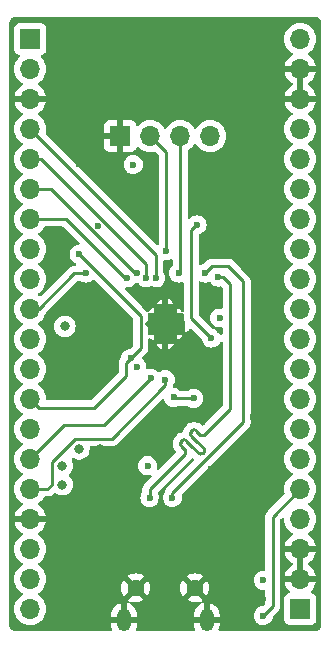
<source format=gbr>
%TF.GenerationSoftware,KiCad,Pcbnew,8.0.4*%
%TF.CreationDate,2025-08-18T19:59:25+02:00*%
%TF.ProjectId,stm32l432kcu6_eval,73746d33-326c-4343-9332-6b6375365f65,rev?*%
%TF.SameCoordinates,Original*%
%TF.FileFunction,Copper,L4,Bot*%
%TF.FilePolarity,Positive*%
%FSLAX46Y46*%
G04 Gerber Fmt 4.6, Leading zero omitted, Abs format (unit mm)*
G04 Created by KiCad (PCBNEW 8.0.4) date 2025-08-18 19:59:25*
%MOMM*%
%LPD*%
G01*
G04 APERTURE LIST*
G04 Aperture macros list*
%AMRotRect*
0 Rectangle, with rotation*
0 The origin of the aperture is its center*
0 $1 length*
0 $2 width*
0 $3 Rotation angle, in degrees counterclockwise*
0 Add horizontal line*
21,1,$1,$2,0,0,$3*%
G04 Aperture macros list end*
%TA.AperFunction,ComponentPad*%
%ADD10O,1.200000X1.900000*%
%TD*%
%TA.AperFunction,ComponentPad*%
%ADD11C,1.450000*%
%TD*%
%TA.AperFunction,HeatsinkPad*%
%ADD12C,0.500000*%
%TD*%
%TA.AperFunction,HeatsinkPad*%
%ADD13RotRect,2.500000X2.500000X45.000000*%
%TD*%
%TA.AperFunction,ComponentPad*%
%ADD14R,1.700000X1.700000*%
%TD*%
%TA.AperFunction,ComponentPad*%
%ADD15O,1.700000X1.700000*%
%TD*%
%TA.AperFunction,ViaPad*%
%ADD16C,0.600000*%
%TD*%
%TA.AperFunction,ViaPad*%
%ADD17C,0.800000*%
%TD*%
%TA.AperFunction,Conductor*%
%ADD18C,0.250000*%
%TD*%
%TA.AperFunction,Conductor*%
%ADD19C,0.200000*%
%TD*%
%TA.AperFunction,Conductor*%
%ADD20C,0.280000*%
%TD*%
G04 APERTURE END LIST*
D10*
%TO.P,J1,6,Shield*%
%TO.N,GND*%
X146500000Y-125037500D03*
D11*
X147500000Y-122337500D03*
X152500000Y-122337500D03*
D10*
X153500000Y-125037500D03*
%TD*%
D12*
%TO.P,U3,33,VSS*%
%TO.N,GND*%
X148585786Y-100000000D03*
X149292893Y-100707107D03*
X150000000Y-101414214D03*
X149292893Y-99292893D03*
X150000000Y-100000000D03*
D13*
X150000000Y-100000000D03*
D12*
X150707107Y-100707107D03*
X150000000Y-98585786D03*
X150707107Y-99292893D03*
X151414214Y-100000000D03*
%TD*%
D14*
%TO.P,J4,1,Pin_1*%
%TO.N,GND*%
X146190000Y-84100000D03*
D15*
%TO.P,J4,2,Pin_2*%
%TO.N,/connectors_gpios_2_5_4/PA14*%
X148730000Y-84100000D03*
%TO.P,J4,3,Pin_3*%
%TO.N,/connectors_gpios_2_5_4/PA13*%
X151270000Y-84100000D03*
%TO.P,J4,4,Pin_4*%
%TO.N,+3V3*%
X153810000Y-84100000D03*
%TD*%
D14*
%TO.P,J2,1,Pin_1*%
%TO.N,+3V3*%
X138570000Y-75870000D03*
D15*
%TO.P,J2,2,Pin_2*%
X138570000Y-78410000D03*
%TO.P,J2,3,Pin_3*%
%TO.N,GND*%
X138570000Y-80950000D03*
%TO.P,J2,4,Pin_4*%
%TO.N,/connectors_gpios_2_5_4/PA15*%
X138570000Y-83490000D03*
%TO.P,J2,5,Pin_5*%
%TO.N,/connectors_gpios_2_5_4/PB3*%
X138570000Y-86030000D03*
%TO.P,J2,6,Pin_6*%
%TO.N,/connectors_gpios_2_5_4/PB4*%
X138570000Y-88570000D03*
%TO.P,J2,7,Pin_7*%
%TO.N,/connectors_gpios_2_5_4/PB5*%
X138570000Y-91110000D03*
%TO.P,J2,8,Pin_8*%
%TO.N,/connectors_gpios_2_5_4/PB6*%
X138570000Y-93650000D03*
%TO.P,J2,9,Pin_9*%
%TO.N,/connectors_gpios_2_5_4/PB7*%
X138570000Y-96190000D03*
%TO.P,J2,10,Pin_10*%
%TO.N,/connectors_gpios_2_5_4/PH3(BOOT0)*%
X138570000Y-98730000D03*
%TO.P,J2,11,Pin_11*%
%TO.N,/connectors_gpios_2_5_4/PC14(OSC_IN)*%
X138570000Y-101270000D03*
%TO.P,J2,12,Pin_12*%
%TO.N,/connectors_gpios_2_5_4/PC15(OSC_OUT)*%
X138570000Y-103810000D03*
%TO.P,J2,13,Pin_13*%
%TO.N,/connectors_gpios_2_5_4/NRST*%
X138570000Y-106350000D03*
%TO.P,J2,14,Pin_14*%
%TO.N,/connectors_gpios_2_5_4/PA0*%
X138570000Y-108890000D03*
%TO.P,J2,15,Pin_15*%
%TO.N,/connectors_gpios_2_5_4/PA1*%
X138570000Y-111430000D03*
%TO.P,J2,16,Pin_16*%
%TO.N,/connectors_gpios_2_5_4/PA2*%
X138570000Y-113970000D03*
%TO.P,J2,17,Pin_17*%
%TO.N,GND*%
X138570000Y-116510000D03*
%TO.P,J2,18,Pin_18*%
%TO.N,+3V3*%
X138570000Y-119050000D03*
%TO.P,J2,19,Pin_19*%
%TO.N,+5V_USB*%
X138570000Y-121590000D03*
%TO.P,J2,20,Pin_20*%
X138570000Y-124130000D03*
%TD*%
D14*
%TO.P,J3,1,Pin_1*%
%TO.N,+3V3*%
X161430000Y-124130000D03*
D15*
%TO.P,J3,2,Pin_2*%
%TO.N,GND*%
X161430000Y-121590000D03*
%TO.P,J3,3,Pin_3*%
X161430000Y-119050000D03*
%TO.P,J3,4,Pin_4*%
%TO.N,/connectors_gpios_2_5_4/PA3*%
X161430000Y-116510000D03*
%TO.P,J3,5,Pin_5*%
%TO.N,/connectors_gpios_2_5_4/PA4*%
X161430000Y-113970000D03*
%TO.P,J3,6,Pin_6*%
%TO.N,/connectors_gpios_2_5_4/PA5*%
X161430000Y-111430000D03*
%TO.P,J3,7,Pin_7*%
%TO.N,/connectors_gpios_2_5_4/PA6*%
X161430000Y-108890000D03*
%TO.P,J3,8,Pin_8*%
%TO.N,/connectors_gpios_2_5_4/PA7*%
X161430000Y-106350000D03*
%TO.P,J3,9,Pin_9*%
%TO.N,/connectors_gpios_2_5_4/PB0*%
X161430000Y-103810000D03*
%TO.P,J3,10,Pin_10*%
%TO.N,/connectors_gpios_2_5_4/PB1*%
X161430000Y-101270000D03*
%TO.P,J3,11,Pin_11*%
%TO.N,/connectors_gpios_2_5_4/PA8*%
X161430000Y-98730000D03*
%TO.P,J3,12,Pin_12*%
%TO.N,/connectors_gpios_2_5_4/PA9*%
X161430000Y-96190000D03*
%TO.P,J3,13,Pin_13*%
%TO.N,/connectors_gpios_2_5_4/PA10*%
X161430000Y-93650000D03*
%TO.P,J3,14,Pin_14*%
%TO.N,/connectors_gpios_2_5_4/PA11*%
X161430000Y-91110000D03*
%TO.P,J3,15,Pin_15*%
%TO.N,/connectors_gpios_2_5_4/PA12*%
X161430000Y-88570000D03*
%TO.P,J3,16,Pin_16*%
%TO.N,/connectors_gpios_2_5_4/PA13*%
X161430000Y-86030000D03*
%TO.P,J3,17,Pin_17*%
%TO.N,/connectors_gpios_2_5_4/PA14*%
X161430000Y-83490000D03*
%TO.P,J3,18,Pin_18*%
%TO.N,GND*%
X161430000Y-80950000D03*
%TO.P,J3,19,Pin_19*%
X161430000Y-78410000D03*
%TO.P,J3,20,Pin_20*%
%TO.N,+3V3*%
X161430000Y-75870000D03*
%TD*%
D16*
%TO.N,/connectors_gpios_2_5_4/PH3(BOOT0)*%
X143300000Y-95700000D03*
D17*
%TO.N,GND*%
X153000000Y-119400000D03*
D16*
X149650000Y-115100000D03*
X146304563Y-75141750D03*
X150800000Y-108500000D03*
X159004563Y-80221750D03*
X148844563Y-80221750D03*
X153900000Y-112300000D03*
X156464563Y-75141750D03*
D17*
X145900000Y-112000000D03*
D16*
X146304563Y-115781750D03*
X141224563Y-75141750D03*
X156600000Y-118000000D03*
X143764563Y-75141750D03*
X153924563Y-75141750D03*
X141224563Y-80221750D03*
X151384563Y-75141750D03*
X154500000Y-119481250D03*
X148844563Y-77681750D03*
X143764563Y-77681750D03*
X156464563Y-77681750D03*
X143400000Y-106100000D03*
X159004563Y-75141750D03*
X156464563Y-82761750D03*
X159004563Y-77681750D03*
D17*
X144600000Y-98600000D03*
X152000000Y-118700000D03*
D16*
X146304563Y-80221750D03*
X141224563Y-115781750D03*
X154400000Y-105200000D03*
X144300000Y-91700000D03*
X158500000Y-112600000D03*
X158700000Y-104900000D03*
X141224563Y-77681750D03*
X143764563Y-80221750D03*
X142700000Y-86474999D03*
X154600000Y-100512652D03*
X153924563Y-80221750D03*
X143764563Y-82761750D03*
D17*
X144500000Y-110600000D03*
D16*
X148844563Y-75141750D03*
X146304563Y-77681750D03*
X157400000Y-107900000D03*
X159004563Y-82761750D03*
X141224563Y-92921750D03*
X151384563Y-77681750D03*
X156464563Y-80221750D03*
X158200000Y-96000000D03*
X151384563Y-80221750D03*
X151800000Y-117000000D03*
X152600000Y-85900000D03*
X152700000Y-108000000D03*
D17*
X142100000Y-117600000D03*
D16*
X141224563Y-82761750D03*
X159000000Y-92700000D03*
X153924563Y-115781750D03*
X147300000Y-113000000D03*
X158300000Y-123300000D03*
X153924563Y-77681750D03*
X156464563Y-85301750D03*
D17*
X145900000Y-113600000D03*
X142600000Y-98500000D03*
D16*
X141500000Y-104400000D03*
X141300000Y-94500000D03*
X148900000Y-91800000D03*
D17*
%TO.N,+3V3*%
X141300000Y-112000000D03*
X141500000Y-100200000D03*
D16*
X148500000Y-112000000D03*
D17*
X142700000Y-110600000D03*
D16*
X147575000Y-103600000D03*
X154600000Y-99487348D03*
D17*
X141300000Y-113600000D03*
D16*
X158300000Y-121700000D03*
X147300000Y-86500000D03*
%TO.N,/connectors_gpios_2_5_4/PA14*%
X150100000Y-93800000D03*
%TO.N,/connectors_gpios_2_5_4/PA13*%
X151141542Y-95700000D03*
%TO.N,/connectors_gpios_2_5_4/PA15*%
X149200000Y-96100000D03*
%TO.N,/connectors_gpios_2_5_4/PA11*%
X154500000Y-96025000D03*
X148700001Y-114700001D03*
%TO.N,/connectors_gpios_2_5_4/PA4*%
X158300000Y-124700000D03*
%TO.N,/connectors_gpios_2_5_4/PA2*%
X150000000Y-104700000D03*
%TO.N,/connectors_gpios_2_5_4/PA12*%
X153400000Y-95700000D03*
X150600000Y-114700000D03*
%TO.N,/connectors_gpios_2_5_4/PA1*%
X150700000Y-106200000D03*
X152400000Y-106300000D03*
X148800000Y-104600000D03*
%TO.N,/connectors_gpios_2_5_4/NRST*%
X142700000Y-94100000D03*
X147075000Y-102900000D03*
%TO.N,/connectors_gpios_2_5_4/PB4*%
X147600000Y-95700000D03*
%TO.N,/connectors_gpios_2_5_4/PB1*%
X153900000Y-101200000D03*
X152700000Y-91600000D03*
%TO.N,/connectors_gpios_2_5_4/PB5*%
X146800000Y-96100000D03*
%TO.N,/connectors_gpios_2_5_4/PB3*%
X148399997Y-96100000D03*
%TD*%
D18*
%TO.N,/connectors_gpios_2_5_4/PH3(BOOT0)*%
X139270000Y-98730000D02*
X138570000Y-98730000D01*
X142300000Y-95700000D02*
X139270000Y-98730000D01*
X143300000Y-95700000D02*
X142300000Y-95700000D01*
%TO.N,/connectors_gpios_2_5_4/PA14*%
X150100000Y-85470000D02*
X148730000Y-84100000D01*
X150100000Y-93800000D02*
X150100000Y-85470000D01*
D19*
X160890000Y-82950000D02*
X161430000Y-83490000D01*
D18*
%TO.N,/connectors_gpios_2_5_4/PA13*%
X151270000Y-84100000D02*
X151270000Y-95571542D01*
D19*
X151270000Y-95571542D02*
X151141542Y-95700000D01*
D18*
%TO.N,/connectors_gpios_2_5_4/PA15*%
X149200000Y-96100000D02*
X149200000Y-94120000D01*
X149200000Y-94120000D02*
X138570000Y-83490000D01*
D20*
%TO.N,/connectors_gpios_2_5_4/PA11*%
X153396759Y-109303242D02*
X153744598Y-108955402D01*
X152180535Y-109105252D02*
X152265387Y-109020401D01*
X154850000Y-96000000D02*
X154525000Y-96000000D01*
X153311907Y-109388096D02*
X153396759Y-109303242D01*
X155500000Y-107200000D02*
X155500000Y-96650000D01*
X152123967Y-110236626D02*
X152293673Y-110406332D01*
X151332005Y-109953783D02*
X151416859Y-109868930D01*
X152604799Y-109020401D02*
X152972495Y-109388097D01*
X153170483Y-110943730D02*
X153255335Y-110858877D01*
D18*
X154500000Y-96025000D02*
X154525000Y-96000000D01*
D20*
X153255335Y-110519465D02*
X152717933Y-109982063D01*
X148700001Y-113999999D02*
X151699700Y-111000300D01*
X152293673Y-110406332D02*
X152293671Y-110406329D01*
X152548230Y-109812360D02*
X152180534Y-109444664D01*
X151756271Y-109868930D02*
X152123967Y-110236626D01*
X155500000Y-96650000D02*
X154850000Y-96000000D01*
X152717933Y-109982063D02*
X152717935Y-109982065D01*
X148700001Y-114700001D02*
X148700001Y-113999999D01*
X152717935Y-109982065D02*
X152548230Y-109812360D01*
X153744598Y-108955402D02*
X155500000Y-107200000D01*
X152293671Y-110406329D02*
X152831072Y-110943730D01*
X151699701Y-110660888D02*
X151332006Y-110293193D01*
X151416859Y-109868930D02*
G75*
G02*
X151756271Y-109868930I169706J-169708D01*
G01*
X152972495Y-109388097D02*
G75*
G03*
X153311906Y-109388095I169705J169697D01*
G01*
X151332006Y-110293193D02*
G75*
G02*
X151332017Y-109953796I169694J169693D01*
G01*
X151699700Y-111000300D02*
G75*
G03*
X151699695Y-110660895I-169700J169700D01*
G01*
X153255335Y-110858877D02*
G75*
G03*
X153255306Y-110519494I-169735J169677D01*
G01*
X152265387Y-109020401D02*
G75*
G02*
X152604799Y-109020401I169706J-169701D01*
G01*
X152831072Y-110943730D02*
G75*
G03*
X153170483Y-110943731I169706J169707D01*
G01*
X152180534Y-109444664D02*
G75*
G02*
X152180576Y-109105294I169666J169664D01*
G01*
D18*
%TO.N,/connectors_gpios_2_5_4/PA4*%
X159100000Y-123900000D02*
X159100000Y-116300000D01*
X159100000Y-116300000D02*
X161430000Y-113970000D01*
X158300000Y-124700000D02*
X159100000Y-123900000D01*
%TO.N,/connectors_gpios_2_5_4/PA5*%
X161060000Y-111800000D02*
X161430000Y-111430000D01*
%TO.N,/connectors_gpios_2_5_4/PA2*%
X150000000Y-104700000D02*
X150000000Y-105200000D01*
X140400000Y-111700000D02*
X140400000Y-113600000D01*
X150000000Y-105200000D02*
X145500000Y-109700000D01*
X140030000Y-113970000D02*
X138570000Y-113970000D01*
X145500000Y-109700000D02*
X142400000Y-109700000D01*
X142400000Y-109700000D02*
X140400000Y-111700000D01*
D19*
X138570000Y-113530000D02*
X138570000Y-113970000D01*
D18*
X140400000Y-113600000D02*
X140030000Y-113970000D01*
%TO.N,/connectors_gpios_2_5_4/PA7*%
X161380000Y-106400000D02*
X161430000Y-106350000D01*
D20*
%TO.N,/connectors_gpios_2_5_4/PA12*%
X154000000Y-95100000D02*
X155300000Y-95100000D01*
X153400000Y-95700000D02*
X154000000Y-95100000D01*
X156600000Y-96400000D02*
X156600000Y-108300000D01*
X155300000Y-95100000D02*
X156600000Y-96400000D01*
X156600000Y-108300000D02*
X150600000Y-114300000D01*
X150600000Y-114300000D02*
X150600000Y-114700000D01*
D18*
%TO.N,/connectors_gpios_2_5_4/PA1*%
X141450000Y-108550000D02*
X138570000Y-111430000D01*
X148800000Y-104600000D02*
X144850000Y-108550000D01*
D19*
X150800000Y-106300000D02*
X150700000Y-106200000D01*
D18*
X152400000Y-106300000D02*
X150800000Y-106300000D01*
X144850000Y-108550000D02*
X141450000Y-108550000D01*
%TO.N,/connectors_gpios_2_5_4/NRST*%
X142700000Y-94100000D02*
X147907233Y-99307233D01*
X146700000Y-103275000D02*
X146700000Y-104400000D01*
X146700000Y-104400000D02*
X144000000Y-107100000D01*
X147907233Y-99307233D02*
X147907233Y-102067767D01*
X147075000Y-102900000D02*
X146700000Y-103275000D01*
X147907233Y-102067767D02*
X147075000Y-102900000D01*
X139320000Y-107100000D02*
X138570000Y-106350000D01*
X144000000Y-107100000D02*
X139320000Y-107100000D01*
%TO.N,/connectors_gpios_2_5_4/PB4*%
X140286116Y-88570000D02*
X138570000Y-88570000D01*
X147600000Y-95700000D02*
X147416116Y-95700000D01*
X147416116Y-95700000D02*
X140286116Y-88570000D01*
%TO.N,/connectors_gpios_2_5_4/PB1*%
X152600000Y-91600000D02*
X152200000Y-92000000D01*
X152200000Y-99500000D02*
X153900000Y-101200000D01*
X161400000Y-101300000D02*
X161430000Y-101270000D01*
X152200000Y-92000000D02*
X152200000Y-99500000D01*
X153900000Y-101200000D02*
X154000000Y-101300000D01*
X152700000Y-91600000D02*
X152600000Y-91600000D01*
%TO.N,/connectors_gpios_2_5_4/PB5*%
X146800000Y-96100000D02*
X146600000Y-96100000D01*
X146600000Y-96100000D02*
X141610000Y-91110000D01*
X141610000Y-91110000D02*
X138570000Y-91110000D01*
%TO.N,/connectors_gpios_2_5_4/PB3*%
X139513884Y-86030000D02*
X138570000Y-86030000D01*
X148399997Y-94916113D02*
X139513884Y-86030000D01*
X148399997Y-96100000D02*
X148399997Y-94916113D01*
%TD*%
%TA.AperFunction,Conductor*%
%TO.N,GND*%
G36*
X161680000Y-121156988D02*
G01*
X161622993Y-121124075D01*
X161495826Y-121090000D01*
X161364174Y-121090000D01*
X161237007Y-121124075D01*
X161180000Y-121156988D01*
X161180000Y-119483012D01*
X161237007Y-119515925D01*
X161364174Y-119550000D01*
X161495826Y-119550000D01*
X161622993Y-119515925D01*
X161680000Y-119483012D01*
X161680000Y-121156988D01*
G37*
%TD.AperFunction*%
%TA.AperFunction,Conductor*%
G36*
X161680000Y-80516988D02*
G01*
X161622993Y-80484075D01*
X161495826Y-80450000D01*
X161364174Y-80450000D01*
X161237007Y-80484075D01*
X161180000Y-80516988D01*
X161180000Y-78843012D01*
X161237007Y-78875925D01*
X161364174Y-78910000D01*
X161495826Y-78910000D01*
X161622993Y-78875925D01*
X161680000Y-78843012D01*
X161680000Y-80516988D01*
G37*
%TD.AperFunction*%
%TA.AperFunction,Conductor*%
G36*
X143967075Y-96267514D02*
G01*
X144011424Y-96296015D01*
X147245414Y-99530004D01*
X147278899Y-99591327D01*
X147281733Y-99617685D01*
X147281733Y-101757314D01*
X147262048Y-101824353D01*
X147245414Y-101844995D01*
X147016621Y-102073787D01*
X146955298Y-102107272D01*
X146942825Y-102109326D01*
X146895750Y-102114630D01*
X146725478Y-102174210D01*
X146572737Y-102270184D01*
X146445184Y-102397737D01*
X146349210Y-102550478D01*
X146289630Y-102720750D01*
X146284326Y-102767824D01*
X146257258Y-102832237D01*
X146248791Y-102841616D01*
X146214140Y-102876268D01*
X146193137Y-102907702D01*
X146182670Y-102923368D01*
X146145688Y-102978714D01*
X146123260Y-103032861D01*
X146098538Y-103092544D01*
X146098535Y-103092556D01*
X146074500Y-103213389D01*
X146074500Y-104089547D01*
X146054815Y-104156586D01*
X146038181Y-104177228D01*
X143777229Y-106438181D01*
X143715906Y-106471666D01*
X143689548Y-106474500D01*
X140049659Y-106474500D01*
X139982620Y-106454815D01*
X139936865Y-106402011D01*
X139926712Y-106355343D01*
X139926131Y-106355394D01*
X139925732Y-106350836D01*
X139925659Y-106350500D01*
X139925659Y-106349999D01*
X139912535Y-106200000D01*
X139905063Y-106114592D01*
X139843903Y-105886337D01*
X139744035Y-105672171D01*
X139731883Y-105654815D01*
X139608494Y-105478597D01*
X139441402Y-105311506D01*
X139441396Y-105311501D01*
X139255842Y-105181575D01*
X139212217Y-105126998D01*
X139205023Y-105057500D01*
X139236546Y-104995145D01*
X139255842Y-104978425D01*
X139397471Y-104879255D01*
X139441401Y-104848495D01*
X139608495Y-104681401D01*
X139744035Y-104487830D01*
X139843903Y-104273663D01*
X139905063Y-104045408D01*
X139925659Y-103810000D01*
X139905063Y-103574592D01*
X139843903Y-103346337D01*
X139744035Y-103132171D01*
X139719925Y-103097737D01*
X139608494Y-102938597D01*
X139441402Y-102771506D01*
X139441396Y-102771501D01*
X139255842Y-102641575D01*
X139212217Y-102586998D01*
X139205023Y-102517500D01*
X139236546Y-102455145D01*
X139255842Y-102438425D01*
X139362060Y-102364050D01*
X139441401Y-102308495D01*
X139608495Y-102141401D01*
X139744035Y-101947830D01*
X139843903Y-101733663D01*
X139905063Y-101505408D01*
X139925659Y-101270000D01*
X139905063Y-101034592D01*
X139843903Y-100806337D01*
X139744035Y-100592171D01*
X139727310Y-100568284D01*
X139608494Y-100398597D01*
X139441402Y-100231506D01*
X139441396Y-100231501D01*
X139396408Y-100200000D01*
X140594540Y-100200000D01*
X140614326Y-100388256D01*
X140614327Y-100388259D01*
X140672818Y-100568277D01*
X140672821Y-100568284D01*
X140767467Y-100732216D01*
X140858310Y-100833107D01*
X140894129Y-100872888D01*
X141047265Y-100984148D01*
X141047270Y-100984151D01*
X141220192Y-101061142D01*
X141220197Y-101061144D01*
X141405354Y-101100500D01*
X141405355Y-101100500D01*
X141594644Y-101100500D01*
X141594646Y-101100500D01*
X141779803Y-101061144D01*
X141952730Y-100984151D01*
X142105871Y-100872888D01*
X142232533Y-100732216D01*
X142327179Y-100568284D01*
X142385674Y-100388256D01*
X142405460Y-100200000D01*
X142385674Y-100011744D01*
X142327179Y-99831716D01*
X142232533Y-99667784D01*
X142105871Y-99527112D01*
X142105870Y-99527111D01*
X141952734Y-99415851D01*
X141952729Y-99415848D01*
X141779807Y-99338857D01*
X141779802Y-99338855D01*
X141634001Y-99307865D01*
X141594646Y-99299500D01*
X141405354Y-99299500D01*
X141372897Y-99306398D01*
X141220197Y-99338855D01*
X141220192Y-99338857D01*
X141047270Y-99415848D01*
X141047265Y-99415851D01*
X140894129Y-99527111D01*
X140767466Y-99667785D01*
X140672821Y-99831715D01*
X140672818Y-99831722D01*
X140618142Y-100000000D01*
X140614326Y-100011744D01*
X140594540Y-100200000D01*
X139396408Y-100200000D01*
X139255842Y-100101575D01*
X139212217Y-100046998D01*
X139205023Y-99977500D01*
X139236546Y-99915145D01*
X139255842Y-99898425D01*
X139343751Y-99836870D01*
X139441401Y-99768495D01*
X139608495Y-99601401D01*
X139744035Y-99407830D01*
X139843903Y-99193663D01*
X139844110Y-99192893D01*
X139862359Y-99124782D01*
X139891296Y-99016786D01*
X139923387Y-98961201D01*
X142522771Y-96361819D01*
X142584094Y-96328334D01*
X142610452Y-96325500D01*
X142755145Y-96325500D01*
X142821117Y-96344506D01*
X142949879Y-96425413D01*
X142950478Y-96425789D01*
X143031998Y-96454314D01*
X143120745Y-96485368D01*
X143120750Y-96485369D01*
X143299996Y-96505565D01*
X143300000Y-96505565D01*
X143300004Y-96505565D01*
X143479249Y-96485369D01*
X143479252Y-96485368D01*
X143479255Y-96485368D01*
X143649522Y-96425789D01*
X143802262Y-96329816D01*
X143836062Y-96296015D01*
X143897383Y-96262530D01*
X143967075Y-96267514D01*
G37*
%TD.AperFunction*%
%TA.AperFunction,Conductor*%
G36*
X153015473Y-96403794D02*
G01*
X153050475Y-96425788D01*
X153220745Y-96485368D01*
X153220750Y-96485369D01*
X153399996Y-96505565D01*
X153400000Y-96505565D01*
X153400004Y-96505565D01*
X153579249Y-96485369D01*
X153579252Y-96485368D01*
X153579255Y-96485368D01*
X153579256Y-96485367D01*
X153579259Y-96485367D01*
X153629296Y-96467857D01*
X153702830Y-96442126D01*
X153772608Y-96438564D01*
X153833236Y-96473293D01*
X153848778Y-96493194D01*
X153870184Y-96527262D01*
X153997738Y-96654816D01*
X154150478Y-96750789D01*
X154274168Y-96794070D01*
X154320745Y-96810368D01*
X154320750Y-96810369D01*
X154499996Y-96830565D01*
X154500000Y-96830565D01*
X154500004Y-96830565D01*
X154686176Y-96809589D01*
X154686494Y-96812416D01*
X154743426Y-96815872D01*
X154789029Y-96844833D01*
X154823181Y-96878985D01*
X154856666Y-96940308D01*
X154859500Y-96966666D01*
X154859500Y-98572265D01*
X154839815Y-98639304D01*
X154787011Y-98685059D01*
X154721617Y-98695485D01*
X154600004Y-98681783D01*
X154599996Y-98681783D01*
X154420750Y-98701978D01*
X154420745Y-98701979D01*
X154250476Y-98761559D01*
X154097737Y-98857532D01*
X153970184Y-98985085D01*
X153874211Y-99137824D01*
X153814631Y-99308093D01*
X153814630Y-99308098D01*
X153794435Y-99487344D01*
X153794435Y-99487351D01*
X153814630Y-99666597D01*
X153814631Y-99666602D01*
X153874211Y-99836871D01*
X153962575Y-99977500D01*
X153970184Y-99989610D01*
X154097738Y-100117164D01*
X154186320Y-100172824D01*
X154256374Y-100216842D01*
X154255071Y-100218915D01*
X154286243Y-100247064D01*
X154327335Y-100242004D01*
X154348157Y-100247317D01*
X154420742Y-100272715D01*
X154420745Y-100272716D01*
X154420746Y-100272716D01*
X154420750Y-100272717D01*
X154599996Y-100292913D01*
X154600000Y-100292913D01*
X154600002Y-100292913D01*
X154652650Y-100286980D01*
X154721617Y-100279210D01*
X154790438Y-100291264D01*
X154841817Y-100338613D01*
X154859500Y-100402430D01*
X154859500Y-100792503D01*
X154839815Y-100859542D01*
X154787011Y-100905297D01*
X154717853Y-100915241D01*
X154654297Y-100886216D01*
X154630833Y-100855532D01*
X154629494Y-100856374D01*
X154548201Y-100726998D01*
X154529816Y-100697738D01*
X154402262Y-100570184D01*
X154249522Y-100474211D01*
X154249523Y-100474211D01*
X154243626Y-100470506D01*
X154244931Y-100468428D01*
X154213755Y-100440287D01*
X154172645Y-100445342D01*
X154151849Y-100440033D01*
X154079255Y-100414632D01*
X154079254Y-100414631D01*
X154079249Y-100414630D01*
X154032173Y-100409326D01*
X153967759Y-100382259D01*
X153958377Y-100373787D01*
X152861819Y-99277229D01*
X152828334Y-99215906D01*
X152825500Y-99189548D01*
X152825500Y-96508787D01*
X152845185Y-96441748D01*
X152897989Y-96395993D01*
X152967147Y-96386049D01*
X153015473Y-96403794D01*
G37*
%TD.AperFunction*%
%TA.AperFunction,Conductor*%
G36*
X141366587Y-91755185D02*
G01*
X141387229Y-91771819D01*
X142706523Y-93091113D01*
X142740008Y-93152436D01*
X142735024Y-93222128D01*
X142693152Y-93278061D01*
X142632726Y-93302014D01*
X142520749Y-93314630D01*
X142520745Y-93314631D01*
X142350476Y-93374211D01*
X142197737Y-93470184D01*
X142070184Y-93597737D01*
X141974211Y-93750476D01*
X141914631Y-93920745D01*
X141914630Y-93920750D01*
X141894435Y-94099996D01*
X141894435Y-94100003D01*
X141914630Y-94279249D01*
X141914631Y-94279254D01*
X141974211Y-94449523D01*
X142026282Y-94532393D01*
X142070184Y-94602262D01*
X142197738Y-94729816D01*
X142338758Y-94818425D01*
X142350478Y-94825789D01*
X142372394Y-94833458D01*
X142429170Y-94874180D01*
X142454918Y-94939132D01*
X142441462Y-95007694D01*
X142393075Y-95058097D01*
X142331440Y-95074500D01*
X142238389Y-95074500D01*
X142177971Y-95086518D01*
X142140259Y-95094019D01*
X142117550Y-95098536D01*
X142117548Y-95098537D01*
X142084207Y-95112347D01*
X142003719Y-95145684D01*
X142003705Y-95145692D01*
X141901272Y-95214138D01*
X141901264Y-95214144D01*
X141814139Y-95301270D01*
X139504683Y-97610725D01*
X139443360Y-97644210D01*
X139373668Y-97639226D01*
X139345879Y-97624619D01*
X139255842Y-97561575D01*
X139212217Y-97506998D01*
X139205023Y-97437500D01*
X139236546Y-97375145D01*
X139255842Y-97358425D01*
X139278026Y-97342891D01*
X139441401Y-97228495D01*
X139608495Y-97061401D01*
X139744035Y-96867830D01*
X139843903Y-96653663D01*
X139905063Y-96425408D01*
X139925659Y-96190000D01*
X139905063Y-95954592D01*
X139858626Y-95781285D01*
X139843905Y-95726344D01*
X139843904Y-95726343D01*
X139843903Y-95726337D01*
X139744035Y-95512171D01*
X139630816Y-95350476D01*
X139608494Y-95318597D01*
X139441402Y-95151506D01*
X139441396Y-95151501D01*
X139255842Y-95021575D01*
X139212217Y-94966998D01*
X139205023Y-94897500D01*
X139236546Y-94835145D01*
X139255842Y-94818425D01*
X139278026Y-94802891D01*
X139441401Y-94688495D01*
X139608495Y-94521401D01*
X139744035Y-94327830D01*
X139843903Y-94113663D01*
X139905063Y-93885408D01*
X139925659Y-93650000D01*
X139905063Y-93414592D01*
X139843903Y-93186337D01*
X139744035Y-92972171D01*
X139608495Y-92778599D01*
X139608494Y-92778597D01*
X139441402Y-92611506D01*
X139441396Y-92611501D01*
X139255842Y-92481575D01*
X139212217Y-92426998D01*
X139205023Y-92357500D01*
X139236546Y-92295145D01*
X139255842Y-92278425D01*
X139278026Y-92262891D01*
X139441401Y-92148495D01*
X139608495Y-91981401D01*
X139743652Y-91788377D01*
X139798229Y-91744752D01*
X139845227Y-91735500D01*
X141299548Y-91735500D01*
X141366587Y-91755185D01*
G37*
%TD.AperFunction*%
%TA.AperFunction,Conductor*%
G36*
X162706922Y-74001280D02*
G01*
X162797266Y-74011459D01*
X162824331Y-74017636D01*
X162903540Y-74045352D01*
X162928553Y-74057398D01*
X162999606Y-74102043D01*
X163021313Y-74119355D01*
X163080644Y-74178686D01*
X163097957Y-74200395D01*
X163142600Y-74271444D01*
X163154648Y-74296462D01*
X163182362Y-74375666D01*
X163188540Y-74402735D01*
X163198720Y-74493076D01*
X163199500Y-74506961D01*
X163199500Y-125493038D01*
X163198720Y-125506923D01*
X163188540Y-125597264D01*
X163182362Y-125624333D01*
X163154648Y-125703537D01*
X163142600Y-125728555D01*
X163097957Y-125799604D01*
X163080644Y-125821313D01*
X163021313Y-125880644D01*
X162999604Y-125897957D01*
X162928555Y-125942600D01*
X162903537Y-125954648D01*
X162824333Y-125982362D01*
X162797264Y-125988540D01*
X162717075Y-125997576D01*
X162706921Y-125998720D01*
X162693038Y-125999500D01*
X154625079Y-125999500D01*
X154558040Y-125979815D01*
X154512285Y-125927011D01*
X154502341Y-125857853D01*
X154514595Y-125819204D01*
X154519407Y-125809759D01*
X154572914Y-125645084D01*
X154600000Y-125474071D01*
X154600000Y-125287500D01*
X153800000Y-125287500D01*
X153800000Y-124787500D01*
X154600000Y-124787500D01*
X154600000Y-124600928D01*
X154572914Y-124429915D01*
X154519408Y-124265242D01*
X154440804Y-124110975D01*
X154339032Y-123970897D01*
X154216602Y-123848467D01*
X154076524Y-123746695D01*
X153922257Y-123668091D01*
X153757589Y-123614587D01*
X153757581Y-123614585D01*
X153750000Y-123613384D01*
X153750000Y-124520511D01*
X153740060Y-124503295D01*
X153684205Y-124447440D01*
X153615796Y-124407944D01*
X153539496Y-124387500D01*
X153460504Y-124387500D01*
X153384204Y-124407944D01*
X153315795Y-124447440D01*
X153259940Y-124503295D01*
X153250000Y-124520511D01*
X153250000Y-123613384D01*
X153249999Y-123613384D01*
X153242418Y-123614585D01*
X153242407Y-123614588D01*
X153228169Y-123619214D01*
X153158328Y-123621206D01*
X153098497Y-123585123D01*
X153067671Y-123522421D01*
X153075639Y-123453007D01*
X153118733Y-123399706D01*
X153171621Y-123362673D01*
X152568173Y-122759225D01*
X152664044Y-122733537D01*
X152760956Y-122677584D01*
X152840084Y-122598456D01*
X152896037Y-122501544D01*
X152921725Y-122405672D01*
X153525173Y-123009121D01*
X153564933Y-122952339D01*
X153655518Y-122758076D01*
X153655522Y-122758067D01*
X153710995Y-122551037D01*
X153710997Y-122551027D01*
X153729679Y-122337500D01*
X153729679Y-122337499D01*
X153710997Y-122123972D01*
X153710995Y-122123962D01*
X153655522Y-121916932D01*
X153655518Y-121916923D01*
X153564933Y-121722662D01*
X153549062Y-121699996D01*
X157494435Y-121699996D01*
X157494435Y-121700003D01*
X157514630Y-121879249D01*
X157514631Y-121879254D01*
X157574211Y-122049523D01*
X157620991Y-122123972D01*
X157670184Y-122202262D01*
X157797738Y-122329816D01*
X157950478Y-122425789D01*
X158052254Y-122461402D01*
X158120745Y-122485368D01*
X158120750Y-122485369D01*
X158299997Y-122505565D01*
X158300000Y-122505565D01*
X158300001Y-122505565D01*
X158308723Y-122504582D01*
X158336616Y-122501439D01*
X158405437Y-122513493D01*
X158456817Y-122560841D01*
X158474500Y-122624659D01*
X158474500Y-123589547D01*
X158454815Y-123656586D01*
X158438181Y-123677228D01*
X158241621Y-123873787D01*
X158180298Y-123907272D01*
X158167825Y-123909326D01*
X158120750Y-123914630D01*
X157950478Y-123974210D01*
X157797737Y-124070184D01*
X157670184Y-124197737D01*
X157574211Y-124350476D01*
X157514631Y-124520745D01*
X157514630Y-124520750D01*
X157494435Y-124699996D01*
X157494435Y-124700003D01*
X157514630Y-124879249D01*
X157514631Y-124879254D01*
X157574211Y-125049523D01*
X157648967Y-125168495D01*
X157670184Y-125202262D01*
X157797738Y-125329816D01*
X157810042Y-125337547D01*
X157947307Y-125423797D01*
X157950478Y-125425789D01*
X158062711Y-125465061D01*
X158120745Y-125485368D01*
X158120750Y-125485369D01*
X158299996Y-125505565D01*
X158300000Y-125505565D01*
X158300004Y-125505565D01*
X158479249Y-125485369D01*
X158479252Y-125485368D01*
X158479255Y-125485368D01*
X158649522Y-125425789D01*
X158802262Y-125329816D01*
X158929816Y-125202262D01*
X159025789Y-125049522D01*
X159085368Y-124879255D01*
X159090672Y-124832173D01*
X159117737Y-124767763D01*
X159126201Y-124758387D01*
X159498729Y-124385860D01*
X159498733Y-124385858D01*
X159585858Y-124298733D01*
X159654311Y-124196286D01*
X159654312Y-124196285D01*
X159654313Y-124196282D01*
X159654315Y-124196279D01*
X159664672Y-124171272D01*
X159701463Y-124082451D01*
X159725500Y-123961607D01*
X159725500Y-123838393D01*
X159725500Y-116610452D01*
X159745185Y-116543413D01*
X159761819Y-116522771D01*
X159862660Y-116421930D01*
X159923983Y-116388445D01*
X159993675Y-116393429D01*
X160049608Y-116435301D01*
X160074025Y-116500765D01*
X160074341Y-116509611D01*
X160074341Y-116510000D01*
X160094936Y-116745403D01*
X160094938Y-116745413D01*
X160156094Y-116973655D01*
X160156096Y-116973659D01*
X160156097Y-116973663D01*
X160255847Y-117187578D01*
X160255965Y-117187830D01*
X160255967Y-117187834D01*
X160391501Y-117381395D01*
X160391506Y-117381402D01*
X160558597Y-117548493D01*
X160558603Y-117548498D01*
X160744594Y-117678730D01*
X160788219Y-117733307D01*
X160795413Y-117802805D01*
X160763890Y-117865160D01*
X160744595Y-117881880D01*
X160558922Y-118011890D01*
X160558920Y-118011891D01*
X160391891Y-118178920D01*
X160391886Y-118178926D01*
X160256400Y-118372420D01*
X160256399Y-118372422D01*
X160156570Y-118586507D01*
X160156567Y-118586513D01*
X160099364Y-118799999D01*
X160099364Y-118800000D01*
X160996988Y-118800000D01*
X160964075Y-118857007D01*
X160930000Y-118984174D01*
X160930000Y-119115826D01*
X160964075Y-119242993D01*
X160996988Y-119300000D01*
X160099364Y-119300000D01*
X160156567Y-119513486D01*
X160156570Y-119513492D01*
X160256399Y-119727578D01*
X160391894Y-119921082D01*
X160558917Y-120088105D01*
X160745031Y-120218425D01*
X160788656Y-120273003D01*
X160795848Y-120342501D01*
X160764326Y-120404856D01*
X160745031Y-120421575D01*
X160558922Y-120551890D01*
X160558920Y-120551891D01*
X160391891Y-120718920D01*
X160391886Y-120718926D01*
X160256400Y-120912420D01*
X160256399Y-120912422D01*
X160156570Y-121126507D01*
X160156567Y-121126513D01*
X160099364Y-121339999D01*
X160099364Y-121340000D01*
X160996988Y-121340000D01*
X160964075Y-121397007D01*
X160930000Y-121524174D01*
X160930000Y-121655826D01*
X160964075Y-121782993D01*
X160996988Y-121840000D01*
X160099364Y-121840000D01*
X160156567Y-122053486D01*
X160156570Y-122053492D01*
X160256399Y-122267578D01*
X160391894Y-122461082D01*
X160513946Y-122583134D01*
X160547431Y-122644457D01*
X160542447Y-122714149D01*
X160500575Y-122770082D01*
X160469598Y-122786997D01*
X160337671Y-122836202D01*
X160337664Y-122836206D01*
X160222455Y-122922452D01*
X160222452Y-122922455D01*
X160136206Y-123037664D01*
X160136202Y-123037671D01*
X160085908Y-123172517D01*
X160079501Y-123232116D01*
X160079501Y-123232123D01*
X160079500Y-123232135D01*
X160079500Y-125027870D01*
X160079501Y-125027876D01*
X160085908Y-125087483D01*
X160136202Y-125222328D01*
X160136206Y-125222335D01*
X160222452Y-125337544D01*
X160222455Y-125337547D01*
X160337664Y-125423793D01*
X160337671Y-125423797D01*
X160472517Y-125474091D01*
X160472516Y-125474091D01*
X160479444Y-125474835D01*
X160532127Y-125480500D01*
X162327872Y-125480499D01*
X162387483Y-125474091D01*
X162522331Y-125423796D01*
X162637546Y-125337546D01*
X162723796Y-125222331D01*
X162774091Y-125087483D01*
X162780500Y-125027873D01*
X162780499Y-123232128D01*
X162774091Y-123172517D01*
X162723796Y-123037669D01*
X162723795Y-123037668D01*
X162723793Y-123037664D01*
X162637547Y-122922455D01*
X162637544Y-122922452D01*
X162522335Y-122836206D01*
X162522328Y-122836202D01*
X162390401Y-122786997D01*
X162334467Y-122745126D01*
X162310050Y-122679662D01*
X162324902Y-122611389D01*
X162346053Y-122583133D01*
X162468108Y-122461078D01*
X162603600Y-122267578D01*
X162703429Y-122053492D01*
X162703432Y-122053486D01*
X162760636Y-121840000D01*
X161863012Y-121840000D01*
X161895925Y-121782993D01*
X161930000Y-121655826D01*
X161930000Y-121524174D01*
X161895925Y-121397007D01*
X161863012Y-121340000D01*
X162760636Y-121340000D01*
X162760635Y-121339999D01*
X162703432Y-121126513D01*
X162703429Y-121126507D01*
X162603600Y-120912422D01*
X162603599Y-120912420D01*
X162468113Y-120718926D01*
X162468108Y-120718920D01*
X162301082Y-120551894D01*
X162114968Y-120421575D01*
X162071344Y-120366998D01*
X162064151Y-120297499D01*
X162095673Y-120235145D01*
X162114968Y-120218425D01*
X162301082Y-120088105D01*
X162468105Y-119921082D01*
X162603600Y-119727578D01*
X162703429Y-119513492D01*
X162703432Y-119513486D01*
X162760636Y-119300000D01*
X161863012Y-119300000D01*
X161895925Y-119242993D01*
X161930000Y-119115826D01*
X161930000Y-118984174D01*
X161895925Y-118857007D01*
X161863012Y-118800000D01*
X162760636Y-118800000D01*
X162760635Y-118799999D01*
X162703432Y-118586513D01*
X162703429Y-118586507D01*
X162603600Y-118372422D01*
X162603599Y-118372420D01*
X162468113Y-118178926D01*
X162468108Y-118178920D01*
X162301078Y-118011890D01*
X162115405Y-117881879D01*
X162071780Y-117827302D01*
X162064588Y-117757804D01*
X162096110Y-117695449D01*
X162115406Y-117678730D01*
X162116279Y-117678119D01*
X162301401Y-117548495D01*
X162468495Y-117381401D01*
X162604035Y-117187830D01*
X162703903Y-116973663D01*
X162765063Y-116745408D01*
X162785659Y-116510000D01*
X162765063Y-116274592D01*
X162703903Y-116046337D01*
X162604035Y-115832171D01*
X162468495Y-115638599D01*
X162468494Y-115638597D01*
X162301402Y-115471506D01*
X162301396Y-115471501D01*
X162115842Y-115341575D01*
X162072217Y-115286998D01*
X162065023Y-115217500D01*
X162096546Y-115155145D01*
X162115842Y-115138425D01*
X162138026Y-115122891D01*
X162301401Y-115008495D01*
X162468495Y-114841401D01*
X162604035Y-114647830D01*
X162703903Y-114433663D01*
X162765063Y-114205408D01*
X162785659Y-113970000D01*
X162765063Y-113734592D01*
X162703903Y-113506337D01*
X162604035Y-113292171D01*
X162561709Y-113231722D01*
X162468494Y-113098597D01*
X162301402Y-112931506D01*
X162301396Y-112931501D01*
X162115842Y-112801575D01*
X162072217Y-112746998D01*
X162065023Y-112677500D01*
X162096546Y-112615145D01*
X162115842Y-112598425D01*
X162210401Y-112532214D01*
X162301401Y-112468495D01*
X162468495Y-112301401D01*
X162604035Y-112107830D01*
X162703903Y-111893663D01*
X162765063Y-111665408D01*
X162785659Y-111430000D01*
X162765063Y-111194592D01*
X162703903Y-110966337D01*
X162604035Y-110752171D01*
X162568543Y-110701482D01*
X162468494Y-110558597D01*
X162301402Y-110391506D01*
X162301396Y-110391501D01*
X162115842Y-110261575D01*
X162072217Y-110206998D01*
X162065023Y-110137500D01*
X162096546Y-110075145D01*
X162115842Y-110058425D01*
X162247547Y-109966204D01*
X162301401Y-109928495D01*
X162468495Y-109761401D01*
X162604035Y-109567830D01*
X162703903Y-109353663D01*
X162765063Y-109125408D01*
X162785659Y-108890000D01*
X162765063Y-108654592D01*
X162703903Y-108426337D01*
X162604035Y-108212171D01*
X162505197Y-108071014D01*
X162468494Y-108018597D01*
X162301402Y-107851506D01*
X162301396Y-107851501D01*
X162115842Y-107721575D01*
X162072217Y-107666998D01*
X162065023Y-107597500D01*
X162096546Y-107535145D01*
X162115842Y-107518425D01*
X162158553Y-107488518D01*
X162301401Y-107388495D01*
X162468495Y-107221401D01*
X162604035Y-107027830D01*
X162703903Y-106813663D01*
X162765063Y-106585408D01*
X162785659Y-106350000D01*
X162765063Y-106114592D01*
X162703903Y-105886337D01*
X162604035Y-105672171D01*
X162591883Y-105654815D01*
X162468494Y-105478597D01*
X162301402Y-105311506D01*
X162301396Y-105311501D01*
X162115842Y-105181575D01*
X162072217Y-105126998D01*
X162065023Y-105057500D01*
X162096546Y-104995145D01*
X162115842Y-104978425D01*
X162257471Y-104879255D01*
X162301401Y-104848495D01*
X162468495Y-104681401D01*
X162604035Y-104487830D01*
X162703903Y-104273663D01*
X162765063Y-104045408D01*
X162785659Y-103810000D01*
X162765063Y-103574592D01*
X162703903Y-103346337D01*
X162604035Y-103132171D01*
X162579925Y-103097737D01*
X162468494Y-102938597D01*
X162301402Y-102771506D01*
X162301396Y-102771501D01*
X162115842Y-102641575D01*
X162072217Y-102586998D01*
X162065023Y-102517500D01*
X162096546Y-102455145D01*
X162115842Y-102438425D01*
X162222060Y-102364050D01*
X162301401Y-102308495D01*
X162468495Y-102141401D01*
X162604035Y-101947830D01*
X162703903Y-101733663D01*
X162765063Y-101505408D01*
X162785659Y-101270000D01*
X162765063Y-101034592D01*
X162703903Y-100806337D01*
X162604035Y-100592171D01*
X162587310Y-100568284D01*
X162468494Y-100398597D01*
X162301402Y-100231506D01*
X162301396Y-100231501D01*
X162115842Y-100101575D01*
X162072217Y-100046998D01*
X162065023Y-99977500D01*
X162096546Y-99915145D01*
X162115842Y-99898425D01*
X162203751Y-99836870D01*
X162301401Y-99768495D01*
X162468495Y-99601401D01*
X162604035Y-99407830D01*
X162703903Y-99193663D01*
X162765063Y-98965408D01*
X162785659Y-98730000D01*
X162765063Y-98494592D01*
X162703903Y-98266337D01*
X162604035Y-98052171D01*
X162564495Y-97995701D01*
X162468494Y-97858597D01*
X162301402Y-97691506D01*
X162301396Y-97691501D01*
X162115842Y-97561575D01*
X162072217Y-97506998D01*
X162065023Y-97437500D01*
X162096546Y-97375145D01*
X162115842Y-97358425D01*
X162138026Y-97342891D01*
X162301401Y-97228495D01*
X162468495Y-97061401D01*
X162604035Y-96867830D01*
X162703903Y-96653663D01*
X162765063Y-96425408D01*
X162785659Y-96190000D01*
X162765063Y-95954592D01*
X162718626Y-95781285D01*
X162703905Y-95726344D01*
X162703904Y-95726343D01*
X162703903Y-95726337D01*
X162604035Y-95512171D01*
X162490816Y-95350476D01*
X162468494Y-95318597D01*
X162301402Y-95151506D01*
X162301396Y-95151501D01*
X162115842Y-95021575D01*
X162072217Y-94966998D01*
X162065023Y-94897500D01*
X162096546Y-94835145D01*
X162115842Y-94818425D01*
X162138026Y-94802891D01*
X162301401Y-94688495D01*
X162468495Y-94521401D01*
X162604035Y-94327830D01*
X162703903Y-94113663D01*
X162765063Y-93885408D01*
X162785659Y-93650000D01*
X162765063Y-93414592D01*
X162703903Y-93186337D01*
X162604035Y-92972171D01*
X162468495Y-92778599D01*
X162468494Y-92778597D01*
X162301402Y-92611506D01*
X162301396Y-92611501D01*
X162115842Y-92481575D01*
X162072217Y-92426998D01*
X162065023Y-92357500D01*
X162096546Y-92295145D01*
X162115842Y-92278425D01*
X162138026Y-92262891D01*
X162301401Y-92148495D01*
X162468495Y-91981401D01*
X162604035Y-91787830D01*
X162703903Y-91573663D01*
X162765063Y-91345408D01*
X162785659Y-91110000D01*
X162765063Y-90874592D01*
X162703903Y-90646337D01*
X162604035Y-90432171D01*
X162603652Y-90431623D01*
X162468494Y-90238597D01*
X162301402Y-90071506D01*
X162301396Y-90071501D01*
X162115842Y-89941575D01*
X162072217Y-89886998D01*
X162065023Y-89817500D01*
X162096546Y-89755145D01*
X162115842Y-89738425D01*
X162138026Y-89722891D01*
X162301401Y-89608495D01*
X162468495Y-89441401D01*
X162604035Y-89247830D01*
X162703903Y-89033663D01*
X162765063Y-88805408D01*
X162785659Y-88570000D01*
X162765063Y-88334592D01*
X162703903Y-88106337D01*
X162604035Y-87892171D01*
X162603652Y-87891623D01*
X162468494Y-87698597D01*
X162301402Y-87531506D01*
X162301396Y-87531501D01*
X162115842Y-87401575D01*
X162072217Y-87346998D01*
X162065023Y-87277500D01*
X162096546Y-87215145D01*
X162115842Y-87198425D01*
X162138026Y-87182891D01*
X162301401Y-87068495D01*
X162468495Y-86901401D01*
X162604035Y-86707830D01*
X162703903Y-86493663D01*
X162765063Y-86265408D01*
X162785659Y-86030000D01*
X162765063Y-85794592D01*
X162703903Y-85566337D01*
X162604035Y-85352171D01*
X162573238Y-85308187D01*
X162468494Y-85158597D01*
X162301402Y-84991506D01*
X162301396Y-84991501D01*
X162115842Y-84861575D01*
X162072217Y-84806998D01*
X162065023Y-84737500D01*
X162096546Y-84675145D01*
X162115842Y-84658425D01*
X162199281Y-84600000D01*
X162301401Y-84528495D01*
X162468495Y-84361401D01*
X162604035Y-84167830D01*
X162703903Y-83953663D01*
X162765063Y-83725408D01*
X162785659Y-83490000D01*
X162765063Y-83254592D01*
X162703903Y-83026337D01*
X162604035Y-82812171D01*
X162600169Y-82806649D01*
X162468494Y-82618597D01*
X162301402Y-82451506D01*
X162301401Y-82451505D01*
X162115405Y-82321269D01*
X162071781Y-82266692D01*
X162064588Y-82197193D01*
X162096110Y-82134839D01*
X162115405Y-82118119D01*
X162301082Y-81988105D01*
X162468105Y-81821082D01*
X162603600Y-81627578D01*
X162703429Y-81413492D01*
X162703432Y-81413486D01*
X162760636Y-81200000D01*
X161863012Y-81200000D01*
X161895925Y-81142993D01*
X161930000Y-81015826D01*
X161930000Y-80884174D01*
X161895925Y-80757007D01*
X161863012Y-80700000D01*
X162760636Y-80700000D01*
X162760635Y-80699999D01*
X162703432Y-80486513D01*
X162703429Y-80486507D01*
X162603600Y-80272422D01*
X162603599Y-80272420D01*
X162468113Y-80078926D01*
X162468108Y-80078920D01*
X162301082Y-79911894D01*
X162114968Y-79781575D01*
X162071344Y-79726998D01*
X162064151Y-79657499D01*
X162095673Y-79595145D01*
X162114968Y-79578425D01*
X162301082Y-79448105D01*
X162468105Y-79281082D01*
X162603600Y-79087578D01*
X162703429Y-78873492D01*
X162703432Y-78873486D01*
X162760636Y-78660000D01*
X161863012Y-78660000D01*
X161895925Y-78602993D01*
X161930000Y-78475826D01*
X161930000Y-78344174D01*
X161895925Y-78217007D01*
X161863012Y-78160000D01*
X162760636Y-78160000D01*
X162760635Y-78159999D01*
X162703432Y-77946513D01*
X162703429Y-77946507D01*
X162603600Y-77732422D01*
X162603599Y-77732420D01*
X162468113Y-77538926D01*
X162468108Y-77538920D01*
X162301078Y-77371890D01*
X162115405Y-77241879D01*
X162071780Y-77187302D01*
X162064588Y-77117804D01*
X162096110Y-77055449D01*
X162115406Y-77038730D01*
X162301401Y-76908495D01*
X162468495Y-76741401D01*
X162604035Y-76547830D01*
X162703903Y-76333663D01*
X162765063Y-76105408D01*
X162785659Y-75870000D01*
X162765063Y-75634592D01*
X162703903Y-75406337D01*
X162604035Y-75192171D01*
X162468495Y-74998599D01*
X162468494Y-74998597D01*
X162301402Y-74831506D01*
X162301395Y-74831501D01*
X162107834Y-74695967D01*
X162107830Y-74695965D01*
X162107828Y-74695964D01*
X161893663Y-74596097D01*
X161893659Y-74596096D01*
X161893655Y-74596094D01*
X161665413Y-74534938D01*
X161665403Y-74534936D01*
X161430001Y-74514341D01*
X161429999Y-74514341D01*
X161194596Y-74534936D01*
X161194586Y-74534938D01*
X160966344Y-74596094D01*
X160966335Y-74596098D01*
X160752171Y-74695964D01*
X160752169Y-74695965D01*
X160558597Y-74831505D01*
X160391505Y-74998597D01*
X160255965Y-75192169D01*
X160255964Y-75192171D01*
X160156098Y-75406335D01*
X160156094Y-75406344D01*
X160094938Y-75634586D01*
X160094936Y-75634596D01*
X160074341Y-75869999D01*
X160074341Y-75870000D01*
X160094936Y-76105403D01*
X160094938Y-76105413D01*
X160156094Y-76333655D01*
X160156096Y-76333659D01*
X160156097Y-76333663D01*
X160255965Y-76547830D01*
X160255967Y-76547834D01*
X160391501Y-76741395D01*
X160391506Y-76741402D01*
X160558597Y-76908493D01*
X160558603Y-76908498D01*
X160744594Y-77038730D01*
X160788219Y-77093307D01*
X160795413Y-77162805D01*
X160763890Y-77225160D01*
X160744595Y-77241880D01*
X160558922Y-77371890D01*
X160558920Y-77371891D01*
X160391891Y-77538920D01*
X160391886Y-77538926D01*
X160256400Y-77732420D01*
X160256399Y-77732422D01*
X160156570Y-77946507D01*
X160156567Y-77946513D01*
X160099364Y-78159999D01*
X160099364Y-78160000D01*
X160996988Y-78160000D01*
X160964075Y-78217007D01*
X160930000Y-78344174D01*
X160930000Y-78475826D01*
X160964075Y-78602993D01*
X160996988Y-78660000D01*
X160099364Y-78660000D01*
X160156567Y-78873486D01*
X160156570Y-78873492D01*
X160256399Y-79087578D01*
X160391894Y-79281082D01*
X160558917Y-79448105D01*
X160745031Y-79578425D01*
X160788656Y-79633003D01*
X160795848Y-79702501D01*
X160764326Y-79764856D01*
X160745031Y-79781575D01*
X160558922Y-79911890D01*
X160558920Y-79911891D01*
X160391891Y-80078920D01*
X160391886Y-80078926D01*
X160256400Y-80272420D01*
X160256399Y-80272422D01*
X160156570Y-80486507D01*
X160156567Y-80486513D01*
X160099364Y-80699999D01*
X160099364Y-80700000D01*
X160996988Y-80700000D01*
X160964075Y-80757007D01*
X160930000Y-80884174D01*
X160930000Y-81015826D01*
X160964075Y-81142993D01*
X160996988Y-81200000D01*
X160099364Y-81200000D01*
X160156567Y-81413486D01*
X160156570Y-81413492D01*
X160256399Y-81627578D01*
X160391894Y-81821082D01*
X160558921Y-81988109D01*
X160744595Y-82118121D01*
X160788220Y-82172698D01*
X160795412Y-82242196D01*
X160763890Y-82304551D01*
X160744594Y-82321270D01*
X160592078Y-82428061D01*
X160582958Y-82433871D01*
X160521282Y-82469482D01*
X160521281Y-82469482D01*
X160409482Y-82581281D01*
X160409482Y-82581282D01*
X160373871Y-82642958D01*
X160368062Y-82652077D01*
X160255964Y-82812172D01*
X160156097Y-83026335D01*
X160156094Y-83026344D01*
X160094938Y-83254586D01*
X160094936Y-83254596D01*
X160074341Y-83489999D01*
X160074341Y-83490000D01*
X160094936Y-83725403D01*
X160094938Y-83725413D01*
X160156094Y-83953655D01*
X160156096Y-83953659D01*
X160156097Y-83953663D01*
X160193640Y-84034174D01*
X160255965Y-84167830D01*
X160255967Y-84167834D01*
X160343605Y-84292993D01*
X160373304Y-84335408D01*
X160391501Y-84361395D01*
X160391506Y-84361402D01*
X160558597Y-84528493D01*
X160558603Y-84528498D01*
X160744158Y-84658425D01*
X160787783Y-84713002D01*
X160794977Y-84782500D01*
X160763454Y-84844855D01*
X160744158Y-84861575D01*
X160558597Y-84991505D01*
X160391505Y-85158597D01*
X160255965Y-85352169D01*
X160255964Y-85352171D01*
X160156098Y-85566335D01*
X160156094Y-85566344D01*
X160094938Y-85794586D01*
X160094936Y-85794596D01*
X160074341Y-86029999D01*
X160074341Y-86030000D01*
X160094936Y-86265403D01*
X160094938Y-86265413D01*
X160156094Y-86493655D01*
X160156096Y-86493659D01*
X160156097Y-86493663D01*
X160242637Y-86679249D01*
X160255965Y-86707830D01*
X160255967Y-86707834D01*
X160391501Y-86901395D01*
X160391506Y-86901402D01*
X160558597Y-87068493D01*
X160558603Y-87068498D01*
X160744158Y-87198425D01*
X160787783Y-87253002D01*
X160794977Y-87322500D01*
X160763454Y-87384855D01*
X160744158Y-87401575D01*
X160558597Y-87531505D01*
X160391505Y-87698597D01*
X160255965Y-87892169D01*
X160255964Y-87892171D01*
X160156098Y-88106335D01*
X160156094Y-88106344D01*
X160094938Y-88334586D01*
X160094936Y-88334596D01*
X160074341Y-88569999D01*
X160074341Y-88570000D01*
X160094936Y-88805403D01*
X160094938Y-88805413D01*
X160156094Y-89033655D01*
X160156096Y-89033659D01*
X160156097Y-89033663D01*
X160231563Y-89195500D01*
X160255965Y-89247830D01*
X160255967Y-89247834D01*
X160364281Y-89402521D01*
X160391501Y-89441396D01*
X160391506Y-89441402D01*
X160558597Y-89608493D01*
X160558603Y-89608498D01*
X160744158Y-89738425D01*
X160787783Y-89793002D01*
X160794977Y-89862500D01*
X160763454Y-89924855D01*
X160744158Y-89941575D01*
X160558597Y-90071505D01*
X160391505Y-90238597D01*
X160255965Y-90432169D01*
X160255964Y-90432171D01*
X160156098Y-90646335D01*
X160156094Y-90646344D01*
X160094938Y-90874586D01*
X160094936Y-90874596D01*
X160074341Y-91109999D01*
X160074341Y-91110000D01*
X160094936Y-91345403D01*
X160094938Y-91345413D01*
X160156094Y-91573655D01*
X160156096Y-91573659D01*
X160156097Y-91573663D01*
X160168380Y-91600003D01*
X160255965Y-91787830D01*
X160255967Y-91787834D01*
X160364281Y-91942521D01*
X160391501Y-91981396D01*
X160391506Y-91981402D01*
X160558597Y-92148493D01*
X160558603Y-92148498D01*
X160744158Y-92278425D01*
X160787783Y-92333002D01*
X160794977Y-92402500D01*
X160763454Y-92464855D01*
X160744158Y-92481575D01*
X160558597Y-92611505D01*
X160391505Y-92778597D01*
X160255965Y-92972169D01*
X160255964Y-92972171D01*
X160156098Y-93186335D01*
X160156094Y-93186344D01*
X160094938Y-93414586D01*
X160094936Y-93414596D01*
X160074341Y-93649999D01*
X160074341Y-93650000D01*
X160094936Y-93885403D01*
X160094938Y-93885413D01*
X160156094Y-94113655D01*
X160156096Y-94113659D01*
X160156097Y-94113663D01*
X160233311Y-94279249D01*
X160255965Y-94327830D01*
X160255967Y-94327834D01*
X160391501Y-94521395D01*
X160391506Y-94521402D01*
X160558597Y-94688493D01*
X160558603Y-94688498D01*
X160744158Y-94818425D01*
X160787783Y-94873002D01*
X160794977Y-94942500D01*
X160763454Y-95004855D01*
X160744158Y-95021575D01*
X160558597Y-95151505D01*
X160391505Y-95318597D01*
X160255965Y-95512169D01*
X160255964Y-95512171D01*
X160156098Y-95726335D01*
X160156094Y-95726344D01*
X160094938Y-95954586D01*
X160094936Y-95954596D01*
X160074341Y-96189999D01*
X160074341Y-96190000D01*
X160094936Y-96425403D01*
X160094938Y-96425413D01*
X160156094Y-96653655D01*
X160156096Y-96653659D01*
X160156097Y-96653663D01*
X160236361Y-96825789D01*
X160255965Y-96867830D01*
X160255967Y-96867834D01*
X160391501Y-97061395D01*
X160391506Y-97061402D01*
X160558597Y-97228493D01*
X160558603Y-97228498D01*
X160744158Y-97358425D01*
X160787783Y-97413002D01*
X160794977Y-97482500D01*
X160763454Y-97544855D01*
X160744158Y-97561575D01*
X160558597Y-97691505D01*
X160391505Y-97858597D01*
X160255965Y-98052169D01*
X160255964Y-98052171D01*
X160156098Y-98266335D01*
X160156094Y-98266344D01*
X160094938Y-98494586D01*
X160094936Y-98494596D01*
X160074341Y-98729999D01*
X160074341Y-98730000D01*
X160094936Y-98965403D01*
X160094938Y-98965413D01*
X160156094Y-99193655D01*
X160156096Y-99193659D01*
X160156097Y-99193663D01*
X160223802Y-99338856D01*
X160255965Y-99407830D01*
X160255967Y-99407834D01*
X160391501Y-99601395D01*
X160391506Y-99601402D01*
X160558597Y-99768493D01*
X160558603Y-99768498D01*
X160744158Y-99898425D01*
X160787783Y-99953002D01*
X160794977Y-100022500D01*
X160763454Y-100084855D01*
X160744158Y-100101575D01*
X160558597Y-100231505D01*
X160391505Y-100398597D01*
X160255965Y-100592169D01*
X160255964Y-100592171D01*
X160156098Y-100806335D01*
X160156094Y-100806344D01*
X160094938Y-101034586D01*
X160094936Y-101034596D01*
X160074341Y-101269999D01*
X160074341Y-101270000D01*
X160094936Y-101505403D01*
X160094938Y-101505413D01*
X160156094Y-101733655D01*
X160156096Y-101733659D01*
X160156097Y-101733663D01*
X160245687Y-101925788D01*
X160255965Y-101947830D01*
X160255967Y-101947834D01*
X160391501Y-102141395D01*
X160391506Y-102141402D01*
X160558597Y-102308493D01*
X160558603Y-102308498D01*
X160744158Y-102438425D01*
X160787783Y-102493002D01*
X160794977Y-102562500D01*
X160763454Y-102624855D01*
X160744158Y-102641575D01*
X160558597Y-102771505D01*
X160391505Y-102938597D01*
X160255965Y-103132169D01*
X160255964Y-103132171D01*
X160156098Y-103346335D01*
X160156094Y-103346344D01*
X160094938Y-103574586D01*
X160094936Y-103574596D01*
X160074341Y-103809999D01*
X160074341Y-103810000D01*
X160094936Y-104045403D01*
X160094938Y-104045413D01*
X160156094Y-104273655D01*
X160156096Y-104273659D01*
X160156097Y-104273663D01*
X160212493Y-104394604D01*
X160255965Y-104487830D01*
X160255967Y-104487834D01*
X160391501Y-104681395D01*
X160391506Y-104681402D01*
X160558597Y-104848493D01*
X160558603Y-104848498D01*
X160744158Y-104978425D01*
X160787783Y-105033002D01*
X160794977Y-105102500D01*
X160763454Y-105164855D01*
X160744158Y-105181575D01*
X160558597Y-105311505D01*
X160391505Y-105478597D01*
X160255965Y-105672169D01*
X160255964Y-105672171D01*
X160156098Y-105886335D01*
X160156094Y-105886344D01*
X160094938Y-106114586D01*
X160094936Y-106114596D01*
X160074341Y-106349999D01*
X160074341Y-106350000D01*
X160094936Y-106585403D01*
X160094938Y-106585413D01*
X160156094Y-106813655D01*
X160156096Y-106813659D01*
X160156097Y-106813663D01*
X160210260Y-106929815D01*
X160255965Y-107027830D01*
X160255967Y-107027834D01*
X160391501Y-107221395D01*
X160391506Y-107221402D01*
X160558597Y-107388493D01*
X160558603Y-107388498D01*
X160744158Y-107518425D01*
X160787783Y-107573002D01*
X160794977Y-107642500D01*
X160763454Y-107704855D01*
X160744158Y-107721575D01*
X160558597Y-107851505D01*
X160391505Y-108018597D01*
X160255965Y-108212169D01*
X160255964Y-108212171D01*
X160156098Y-108426335D01*
X160156094Y-108426344D01*
X160094938Y-108654586D01*
X160094936Y-108654596D01*
X160074341Y-108889999D01*
X160074341Y-108890000D01*
X160094936Y-109125403D01*
X160094938Y-109125413D01*
X160156094Y-109353655D01*
X160156096Y-109353659D01*
X160156097Y-109353663D01*
X160207139Y-109463123D01*
X160255965Y-109567830D01*
X160255967Y-109567834D01*
X160391501Y-109761395D01*
X160391506Y-109761402D01*
X160558597Y-109928493D01*
X160558603Y-109928498D01*
X160744158Y-110058425D01*
X160787783Y-110113002D01*
X160794977Y-110182500D01*
X160763454Y-110244855D01*
X160744158Y-110261575D01*
X160558597Y-110391505D01*
X160391505Y-110558597D01*
X160255965Y-110752169D01*
X160255964Y-110752171D01*
X160156098Y-110966335D01*
X160156094Y-110966344D01*
X160094938Y-111194586D01*
X160094936Y-111194596D01*
X160074341Y-111429999D01*
X160074341Y-111430000D01*
X160094936Y-111665403D01*
X160094938Y-111665413D01*
X160156094Y-111893655D01*
X160156096Y-111893659D01*
X160156097Y-111893663D01*
X160225500Y-112042497D01*
X160255965Y-112107830D01*
X160255967Y-112107834D01*
X160305977Y-112179255D01*
X160382607Y-112288694D01*
X160391501Y-112301395D01*
X160391506Y-112301402D01*
X160558597Y-112468493D01*
X160558603Y-112468498D01*
X160744158Y-112598425D01*
X160787783Y-112653002D01*
X160794977Y-112722500D01*
X160763454Y-112784855D01*
X160744158Y-112801575D01*
X160558597Y-112931505D01*
X160391505Y-113098597D01*
X160255965Y-113292169D01*
X160255964Y-113292171D01*
X160156098Y-113506335D01*
X160156094Y-113506344D01*
X160094938Y-113734586D01*
X160094936Y-113734596D01*
X160074341Y-113969999D01*
X160074341Y-113970000D01*
X160094936Y-114205403D01*
X160094938Y-114205413D01*
X160121856Y-114305872D01*
X160120193Y-114375722D01*
X160089762Y-114425646D01*
X158701269Y-115814140D01*
X158614144Y-115901264D01*
X158614138Y-115901272D01*
X158545692Y-116003705D01*
X158545684Y-116003719D01*
X158512347Y-116084207D01*
X158506823Y-116097543D01*
X158498537Y-116117545D01*
X158498535Y-116117553D01*
X158474500Y-116238389D01*
X158474500Y-120775340D01*
X158454815Y-120842379D01*
X158402011Y-120888134D01*
X158336618Y-120898560D01*
X158300004Y-120894435D01*
X158299996Y-120894435D01*
X158120750Y-120914630D01*
X158120745Y-120914631D01*
X157950476Y-120974211D01*
X157797737Y-121070184D01*
X157670184Y-121197737D01*
X157574211Y-121350476D01*
X157514631Y-121520745D01*
X157514630Y-121520750D01*
X157494435Y-121699996D01*
X153549062Y-121699996D01*
X153525172Y-121665879D01*
X152921725Y-122269326D01*
X152896037Y-122173456D01*
X152840084Y-122076544D01*
X152760956Y-121997416D01*
X152664044Y-121941463D01*
X152568173Y-121915774D01*
X153171621Y-121312326D01*
X153171620Y-121312325D01*
X153114840Y-121272567D01*
X153114838Y-121272566D01*
X152920576Y-121181981D01*
X152920567Y-121181977D01*
X152713537Y-121126504D01*
X152713527Y-121126502D01*
X152500001Y-121107821D01*
X152499999Y-121107821D01*
X152286472Y-121126502D01*
X152286462Y-121126504D01*
X152079432Y-121181977D01*
X152079423Y-121181981D01*
X151885162Y-121272566D01*
X151828378Y-121312326D01*
X152431827Y-121915774D01*
X152335956Y-121941463D01*
X152239044Y-121997416D01*
X152159916Y-122076544D01*
X152103963Y-122173456D01*
X152078274Y-122269326D01*
X151474826Y-121665878D01*
X151435066Y-121722662D01*
X151344481Y-121916923D01*
X151344477Y-121916932D01*
X151289004Y-122123962D01*
X151289002Y-122123972D01*
X151270321Y-122337499D01*
X151270321Y-122337500D01*
X151289002Y-122551027D01*
X151289004Y-122551037D01*
X151344477Y-122758067D01*
X151344481Y-122758076D01*
X151435066Y-122952338D01*
X151435067Y-122952340D01*
X151474825Y-123009120D01*
X151474826Y-123009121D01*
X152078274Y-122405672D01*
X152103963Y-122501544D01*
X152159916Y-122598456D01*
X152239044Y-122677584D01*
X152335956Y-122733537D01*
X152431827Y-122759225D01*
X151828377Y-123362673D01*
X151885161Y-123402433D01*
X152079423Y-123493018D01*
X152079432Y-123493022D01*
X152286462Y-123548495D01*
X152286472Y-123548497D01*
X152499999Y-123567179D01*
X152500001Y-123567179D01*
X152713527Y-123548497D01*
X152713533Y-123548496D01*
X152837195Y-123515361D01*
X152907045Y-123517024D01*
X152964908Y-123556186D01*
X152992412Y-123620415D01*
X152980826Y-123689317D01*
X152933827Y-123741017D01*
X152925591Y-123745617D01*
X152923479Y-123746693D01*
X152783397Y-123848467D01*
X152660967Y-123970897D01*
X152559195Y-124110975D01*
X152480591Y-124265242D01*
X152427085Y-124429915D01*
X152400000Y-124600928D01*
X152400000Y-124787500D01*
X153200000Y-124787500D01*
X153200000Y-125287500D01*
X152400000Y-125287500D01*
X152400000Y-125474071D01*
X152427085Y-125645084D01*
X152480592Y-125809759D01*
X152485405Y-125819204D01*
X152498302Y-125887874D01*
X152472026Y-125952614D01*
X152414920Y-125992872D01*
X152374921Y-125999500D01*
X147625079Y-125999500D01*
X147558040Y-125979815D01*
X147512285Y-125927011D01*
X147502341Y-125857853D01*
X147514595Y-125819204D01*
X147519407Y-125809759D01*
X147572914Y-125645084D01*
X147600000Y-125474071D01*
X147600000Y-125287500D01*
X146800000Y-125287500D01*
X146800000Y-124787500D01*
X147600000Y-124787500D01*
X147600000Y-124600928D01*
X147572914Y-124429915D01*
X147519408Y-124265242D01*
X147440804Y-124110975D01*
X147339032Y-123970897D01*
X147216602Y-123848467D01*
X147076522Y-123746694D01*
X147074414Y-123745620D01*
X147073755Y-123744998D01*
X147072373Y-123744151D01*
X147072551Y-123743860D01*
X147023619Y-123697646D01*
X147006824Y-123629825D01*
X147029362Y-123563690D01*
X147084077Y-123520239D01*
X147153598Y-123513267D01*
X147162804Y-123515361D01*
X147286465Y-123548496D01*
X147286472Y-123548497D01*
X147499999Y-123567179D01*
X147500001Y-123567179D01*
X147713527Y-123548497D01*
X147713537Y-123548495D01*
X147920567Y-123493022D01*
X147920576Y-123493018D01*
X148114839Y-123402433D01*
X148171621Y-123362673D01*
X147568173Y-122759225D01*
X147664044Y-122733537D01*
X147760956Y-122677584D01*
X147840084Y-122598456D01*
X147896037Y-122501544D01*
X147921725Y-122405672D01*
X148525173Y-123009121D01*
X148564933Y-122952339D01*
X148655518Y-122758076D01*
X148655522Y-122758067D01*
X148710995Y-122551037D01*
X148710997Y-122551027D01*
X148729679Y-122337500D01*
X148729679Y-122337499D01*
X148710997Y-122123972D01*
X148710995Y-122123962D01*
X148655522Y-121916932D01*
X148655518Y-121916923D01*
X148564933Y-121722662D01*
X148525172Y-121665879D01*
X147921725Y-122269326D01*
X147896037Y-122173456D01*
X147840084Y-122076544D01*
X147760956Y-121997416D01*
X147664044Y-121941463D01*
X147568173Y-121915774D01*
X148171621Y-121312326D01*
X148171620Y-121312325D01*
X148114840Y-121272567D01*
X148114838Y-121272566D01*
X147920576Y-121181981D01*
X147920567Y-121181977D01*
X147713537Y-121126504D01*
X147713527Y-121126502D01*
X147500001Y-121107821D01*
X147499999Y-121107821D01*
X147286472Y-121126502D01*
X147286462Y-121126504D01*
X147079432Y-121181977D01*
X147079423Y-121181981D01*
X146885162Y-121272566D01*
X146828378Y-121312326D01*
X147431827Y-121915774D01*
X147335956Y-121941463D01*
X147239044Y-121997416D01*
X147159916Y-122076544D01*
X147103963Y-122173456D01*
X147078274Y-122269326D01*
X146474826Y-121665878D01*
X146435066Y-121722662D01*
X146344481Y-121916923D01*
X146344477Y-121916932D01*
X146289004Y-122123962D01*
X146289002Y-122123972D01*
X146270321Y-122337499D01*
X146270321Y-122337500D01*
X146289002Y-122551027D01*
X146289004Y-122551037D01*
X146344477Y-122758067D01*
X146344481Y-122758076D01*
X146435066Y-122952338D01*
X146435067Y-122952340D01*
X146474825Y-123009120D01*
X146474826Y-123009121D01*
X147078274Y-122405672D01*
X147103963Y-122501544D01*
X147159916Y-122598456D01*
X147239044Y-122677584D01*
X147335956Y-122733537D01*
X147431827Y-122759225D01*
X146828377Y-123362673D01*
X146828377Y-123362674D01*
X146881267Y-123399707D01*
X146924892Y-123454283D01*
X146932086Y-123523781D01*
X146900564Y-123586136D01*
X146840334Y-123621551D01*
X146771825Y-123619213D01*
X146757589Y-123614587D01*
X146757581Y-123614585D01*
X146750000Y-123613384D01*
X146750000Y-124520511D01*
X146740060Y-124503295D01*
X146684205Y-124447440D01*
X146615796Y-124407944D01*
X146539496Y-124387500D01*
X146460504Y-124387500D01*
X146384204Y-124407944D01*
X146315795Y-124447440D01*
X146259940Y-124503295D01*
X146250000Y-124520511D01*
X146250000Y-123613384D01*
X146249999Y-123613384D01*
X146242418Y-123614585D01*
X146242410Y-123614587D01*
X146077742Y-123668091D01*
X145923475Y-123746695D01*
X145783397Y-123848467D01*
X145660967Y-123970897D01*
X145559195Y-124110975D01*
X145480591Y-124265242D01*
X145427085Y-124429915D01*
X145400000Y-124600928D01*
X145400000Y-124787500D01*
X146200000Y-124787500D01*
X146200000Y-125287500D01*
X145400000Y-125287500D01*
X145400000Y-125474071D01*
X145427085Y-125645084D01*
X145480592Y-125809759D01*
X145485405Y-125819204D01*
X145498302Y-125887874D01*
X145472026Y-125952614D01*
X145414920Y-125992872D01*
X145374921Y-125999500D01*
X137306962Y-125999500D01*
X137293078Y-125998720D01*
X137280553Y-125997308D01*
X137202735Y-125988540D01*
X137175666Y-125982362D01*
X137096462Y-125954648D01*
X137071444Y-125942600D01*
X137000395Y-125897957D01*
X136978686Y-125880644D01*
X136919355Y-125821313D01*
X136902042Y-125799604D01*
X136857399Y-125728555D01*
X136845351Y-125703537D01*
X136817637Y-125624333D01*
X136811459Y-125597263D01*
X136808579Y-125571705D01*
X136801280Y-125506922D01*
X136800500Y-125493038D01*
X136800500Y-78409999D01*
X137214341Y-78409999D01*
X137214341Y-78410000D01*
X137234936Y-78645403D01*
X137234938Y-78645413D01*
X137296094Y-78873655D01*
X137296096Y-78873659D01*
X137296097Y-78873663D01*
X137395847Y-79087578D01*
X137395965Y-79087830D01*
X137395967Y-79087834D01*
X137531501Y-79281395D01*
X137531506Y-79281402D01*
X137698597Y-79448493D01*
X137698603Y-79448498D01*
X137884594Y-79578730D01*
X137928219Y-79633307D01*
X137935413Y-79702805D01*
X137903890Y-79765160D01*
X137884595Y-79781880D01*
X137698922Y-79911890D01*
X137698920Y-79911891D01*
X137531891Y-80078920D01*
X137531886Y-80078926D01*
X137396400Y-80272420D01*
X137396399Y-80272422D01*
X137296570Y-80486507D01*
X137296567Y-80486513D01*
X137239364Y-80699999D01*
X137239364Y-80700000D01*
X138136988Y-80700000D01*
X138104075Y-80757007D01*
X138070000Y-80884174D01*
X138070000Y-81015826D01*
X138104075Y-81142993D01*
X138136988Y-81200000D01*
X137239364Y-81200000D01*
X137296567Y-81413486D01*
X137296570Y-81413492D01*
X137396399Y-81627578D01*
X137531894Y-81821082D01*
X137698917Y-81988105D01*
X137884595Y-82118119D01*
X137928219Y-82172696D01*
X137935412Y-82242195D01*
X137903890Y-82304549D01*
X137884595Y-82321269D01*
X137698594Y-82451508D01*
X137531505Y-82618597D01*
X137395965Y-82812169D01*
X137395964Y-82812171D01*
X137296098Y-83026335D01*
X137296094Y-83026344D01*
X137234938Y-83254586D01*
X137234936Y-83254596D01*
X137214341Y-83489999D01*
X137214341Y-83490000D01*
X137234936Y-83725403D01*
X137234938Y-83725413D01*
X137296094Y-83953655D01*
X137296096Y-83953659D01*
X137296097Y-83953663D01*
X137333640Y-84034174D01*
X137395965Y-84167830D01*
X137395967Y-84167834D01*
X137483605Y-84292993D01*
X137513304Y-84335408D01*
X137531501Y-84361395D01*
X137531506Y-84361402D01*
X137698597Y-84528493D01*
X137698603Y-84528498D01*
X137884158Y-84658425D01*
X137927783Y-84713002D01*
X137934977Y-84782500D01*
X137903454Y-84844855D01*
X137884158Y-84861575D01*
X137698597Y-84991505D01*
X137531505Y-85158597D01*
X137395965Y-85352169D01*
X137395964Y-85352171D01*
X137296098Y-85566335D01*
X137296094Y-85566344D01*
X137234938Y-85794586D01*
X137234936Y-85794596D01*
X137214341Y-86029999D01*
X137214341Y-86030000D01*
X137234936Y-86265403D01*
X137234938Y-86265413D01*
X137296094Y-86493655D01*
X137296096Y-86493659D01*
X137296097Y-86493663D01*
X137382637Y-86679249D01*
X137395965Y-86707830D01*
X137395967Y-86707834D01*
X137531501Y-86901395D01*
X137531506Y-86901402D01*
X137698597Y-87068493D01*
X137698603Y-87068498D01*
X137884158Y-87198425D01*
X137927783Y-87253002D01*
X137934977Y-87322500D01*
X137903454Y-87384855D01*
X137884158Y-87401575D01*
X137698597Y-87531505D01*
X137531505Y-87698597D01*
X137395965Y-87892169D01*
X137395964Y-87892171D01*
X137296098Y-88106335D01*
X137296094Y-88106344D01*
X137234938Y-88334586D01*
X137234936Y-88334596D01*
X137214341Y-88569999D01*
X137214341Y-88570000D01*
X137234936Y-88805403D01*
X137234938Y-88805413D01*
X137296094Y-89033655D01*
X137296096Y-89033659D01*
X137296097Y-89033663D01*
X137371563Y-89195500D01*
X137395965Y-89247830D01*
X137395967Y-89247834D01*
X137504281Y-89402521D01*
X137531501Y-89441396D01*
X137531506Y-89441402D01*
X137698597Y-89608493D01*
X137698603Y-89608498D01*
X137884158Y-89738425D01*
X137927783Y-89793002D01*
X137934977Y-89862500D01*
X137903454Y-89924855D01*
X137884158Y-89941575D01*
X137698597Y-90071505D01*
X137531505Y-90238597D01*
X137395965Y-90432169D01*
X137395964Y-90432171D01*
X137296098Y-90646335D01*
X137296094Y-90646344D01*
X137234938Y-90874586D01*
X137234936Y-90874596D01*
X137214341Y-91109999D01*
X137214341Y-91110000D01*
X137234936Y-91345403D01*
X137234938Y-91345413D01*
X137296094Y-91573655D01*
X137296096Y-91573659D01*
X137296097Y-91573663D01*
X137308380Y-91600003D01*
X137395965Y-91787830D01*
X137395967Y-91787834D01*
X137504281Y-91942521D01*
X137531501Y-91981396D01*
X137531506Y-91981402D01*
X137698597Y-92148493D01*
X137698603Y-92148498D01*
X137884158Y-92278425D01*
X137927783Y-92333002D01*
X137934977Y-92402500D01*
X137903454Y-92464855D01*
X137884158Y-92481575D01*
X137698597Y-92611505D01*
X137531505Y-92778597D01*
X137395965Y-92972169D01*
X137395964Y-92972171D01*
X137296098Y-93186335D01*
X137296094Y-93186344D01*
X137234938Y-93414586D01*
X137234936Y-93414596D01*
X137214341Y-93649999D01*
X137214341Y-93650000D01*
X137234936Y-93885403D01*
X137234938Y-93885413D01*
X137296094Y-94113655D01*
X137296096Y-94113659D01*
X137296097Y-94113663D01*
X137373311Y-94279249D01*
X137395965Y-94327830D01*
X137395967Y-94327834D01*
X137531501Y-94521395D01*
X137531506Y-94521402D01*
X137698597Y-94688493D01*
X137698603Y-94688498D01*
X137884158Y-94818425D01*
X137927783Y-94873002D01*
X137934977Y-94942500D01*
X137903454Y-95004855D01*
X137884158Y-95021575D01*
X137698597Y-95151505D01*
X137531505Y-95318597D01*
X137395965Y-95512169D01*
X137395964Y-95512171D01*
X137296098Y-95726335D01*
X137296094Y-95726344D01*
X137234938Y-95954586D01*
X137234936Y-95954596D01*
X137214341Y-96189999D01*
X137214341Y-96190000D01*
X137234936Y-96425403D01*
X137234938Y-96425413D01*
X137296094Y-96653655D01*
X137296096Y-96653659D01*
X137296097Y-96653663D01*
X137376361Y-96825789D01*
X137395965Y-96867830D01*
X137395967Y-96867834D01*
X137531501Y-97061395D01*
X137531506Y-97061402D01*
X137698597Y-97228493D01*
X137698603Y-97228498D01*
X137884158Y-97358425D01*
X137927783Y-97413002D01*
X137934977Y-97482500D01*
X137903454Y-97544855D01*
X137884158Y-97561575D01*
X137698597Y-97691505D01*
X137531505Y-97858597D01*
X137395965Y-98052169D01*
X137395964Y-98052171D01*
X137296098Y-98266335D01*
X137296094Y-98266344D01*
X137234938Y-98494586D01*
X137234936Y-98494596D01*
X137214341Y-98729999D01*
X137214341Y-98730000D01*
X137234936Y-98965403D01*
X137234938Y-98965413D01*
X137296094Y-99193655D01*
X137296096Y-99193659D01*
X137296097Y-99193663D01*
X137363802Y-99338856D01*
X137395965Y-99407830D01*
X137395967Y-99407834D01*
X137531501Y-99601395D01*
X137531506Y-99601402D01*
X137698597Y-99768493D01*
X137698603Y-99768498D01*
X137884158Y-99898425D01*
X137927783Y-99953002D01*
X137934977Y-100022500D01*
X137903454Y-100084855D01*
X137884158Y-100101575D01*
X137698597Y-100231505D01*
X137531505Y-100398597D01*
X137395965Y-100592169D01*
X137395964Y-100592171D01*
X137296098Y-100806335D01*
X137296094Y-100806344D01*
X137234938Y-101034586D01*
X137234936Y-101034596D01*
X137214341Y-101269999D01*
X137214341Y-101270000D01*
X137234936Y-101505403D01*
X137234938Y-101505413D01*
X137296094Y-101733655D01*
X137296096Y-101733659D01*
X137296097Y-101733663D01*
X137385687Y-101925788D01*
X137395965Y-101947830D01*
X137395967Y-101947834D01*
X137531501Y-102141395D01*
X137531506Y-102141402D01*
X137698597Y-102308493D01*
X137698603Y-102308498D01*
X137884158Y-102438425D01*
X137927783Y-102493002D01*
X137934977Y-102562500D01*
X137903454Y-102624855D01*
X137884158Y-102641575D01*
X137698597Y-102771505D01*
X137531505Y-102938597D01*
X137395965Y-103132169D01*
X137395964Y-103132171D01*
X137296098Y-103346335D01*
X137296094Y-103346344D01*
X137234938Y-103574586D01*
X137234936Y-103574596D01*
X137214341Y-103809999D01*
X137214341Y-103810000D01*
X137234936Y-104045403D01*
X137234938Y-104045413D01*
X137296094Y-104273655D01*
X137296096Y-104273659D01*
X137296097Y-104273663D01*
X137352493Y-104394604D01*
X137395965Y-104487830D01*
X137395967Y-104487834D01*
X137531501Y-104681395D01*
X137531506Y-104681402D01*
X137698597Y-104848493D01*
X137698603Y-104848498D01*
X137884158Y-104978425D01*
X137927783Y-105033002D01*
X137934977Y-105102500D01*
X137903454Y-105164855D01*
X137884158Y-105181575D01*
X137698597Y-105311505D01*
X137531505Y-105478597D01*
X137395965Y-105672169D01*
X137395964Y-105672171D01*
X137296098Y-105886335D01*
X137296094Y-105886344D01*
X137234938Y-106114586D01*
X137234936Y-106114596D01*
X137214341Y-106349999D01*
X137214341Y-106350000D01*
X137234936Y-106585403D01*
X137234938Y-106585413D01*
X137296094Y-106813655D01*
X137296096Y-106813659D01*
X137296097Y-106813663D01*
X137350260Y-106929815D01*
X137395965Y-107027830D01*
X137395967Y-107027834D01*
X137531501Y-107221395D01*
X137531506Y-107221402D01*
X137698597Y-107388493D01*
X137698603Y-107388498D01*
X137884158Y-107518425D01*
X137927783Y-107573002D01*
X137934977Y-107642500D01*
X137903454Y-107704855D01*
X137884158Y-107721575D01*
X137698597Y-107851505D01*
X137531505Y-108018597D01*
X137395965Y-108212169D01*
X137395964Y-108212171D01*
X137296098Y-108426335D01*
X137296094Y-108426344D01*
X137234938Y-108654586D01*
X137234936Y-108654596D01*
X137214341Y-108889999D01*
X137214341Y-108890000D01*
X137234936Y-109125403D01*
X137234938Y-109125413D01*
X137296094Y-109353655D01*
X137296096Y-109353659D01*
X137296097Y-109353663D01*
X137347139Y-109463123D01*
X137395965Y-109567830D01*
X137395967Y-109567834D01*
X137531501Y-109761395D01*
X137531506Y-109761402D01*
X137698597Y-109928493D01*
X137698603Y-109928498D01*
X137884158Y-110058425D01*
X137927783Y-110113002D01*
X137934977Y-110182500D01*
X137903454Y-110244855D01*
X137884158Y-110261575D01*
X137698597Y-110391505D01*
X137531505Y-110558597D01*
X137395965Y-110752169D01*
X137395964Y-110752171D01*
X137296098Y-110966335D01*
X137296094Y-110966344D01*
X137234938Y-111194586D01*
X137234936Y-111194596D01*
X137214341Y-111429999D01*
X137214341Y-111430000D01*
X137234936Y-111665403D01*
X137234938Y-111665413D01*
X137296094Y-111893655D01*
X137296096Y-111893659D01*
X137296097Y-111893663D01*
X137365500Y-112042497D01*
X137395965Y-112107830D01*
X137395967Y-112107834D01*
X137445977Y-112179255D01*
X137522607Y-112288694D01*
X137531501Y-112301395D01*
X137531506Y-112301402D01*
X137698597Y-112468493D01*
X137698603Y-112468498D01*
X137884158Y-112598425D01*
X137927783Y-112653002D01*
X137934977Y-112722500D01*
X137903454Y-112784855D01*
X137884158Y-112801575D01*
X137698597Y-112931505D01*
X137531505Y-113098597D01*
X137395965Y-113292169D01*
X137395964Y-113292171D01*
X137296098Y-113506335D01*
X137296094Y-113506344D01*
X137234938Y-113734586D01*
X137234936Y-113734596D01*
X137214341Y-113969999D01*
X137214341Y-113970000D01*
X137234936Y-114205403D01*
X137234938Y-114205413D01*
X137296094Y-114433655D01*
X137296096Y-114433659D01*
X137296097Y-114433663D01*
X137371563Y-114595500D01*
X137395965Y-114647830D01*
X137395967Y-114647834D01*
X137504281Y-114802521D01*
X137531501Y-114841396D01*
X137531506Y-114841402D01*
X137698597Y-115008493D01*
X137698603Y-115008498D01*
X137884594Y-115138730D01*
X137928219Y-115193307D01*
X137935413Y-115262805D01*
X137903890Y-115325160D01*
X137884595Y-115341880D01*
X137698922Y-115471890D01*
X137698920Y-115471891D01*
X137531891Y-115638920D01*
X137531886Y-115638926D01*
X137396400Y-115832420D01*
X137396399Y-115832422D01*
X137296570Y-116046507D01*
X137296567Y-116046513D01*
X137239364Y-116259999D01*
X137239364Y-116260000D01*
X138136988Y-116260000D01*
X138104075Y-116317007D01*
X138070000Y-116444174D01*
X138070000Y-116575826D01*
X138104075Y-116702993D01*
X138136988Y-116760000D01*
X137239364Y-116760000D01*
X137296567Y-116973486D01*
X137296570Y-116973492D01*
X137396399Y-117187578D01*
X137531894Y-117381082D01*
X137698917Y-117548105D01*
X137884595Y-117678119D01*
X137928219Y-117732696D01*
X137935412Y-117802195D01*
X137903890Y-117864549D01*
X137884595Y-117881269D01*
X137698594Y-118011508D01*
X137531505Y-118178597D01*
X137395965Y-118372169D01*
X137395964Y-118372171D01*
X137296098Y-118586335D01*
X137296094Y-118586344D01*
X137234938Y-118814586D01*
X137234936Y-118814596D01*
X137214341Y-119049999D01*
X137214341Y-119050000D01*
X137234936Y-119285403D01*
X137234938Y-119285413D01*
X137296094Y-119513655D01*
X137296096Y-119513659D01*
X137296097Y-119513663D01*
X137395847Y-119727578D01*
X137395965Y-119727830D01*
X137395967Y-119727834D01*
X137531501Y-119921395D01*
X137531506Y-119921402D01*
X137698597Y-120088493D01*
X137698603Y-120088498D01*
X137884158Y-120218425D01*
X137927783Y-120273002D01*
X137934977Y-120342500D01*
X137903454Y-120404855D01*
X137884158Y-120421575D01*
X137698597Y-120551505D01*
X137531505Y-120718597D01*
X137395965Y-120912169D01*
X137395964Y-120912171D01*
X137296098Y-121126335D01*
X137296094Y-121126344D01*
X137234938Y-121354586D01*
X137234936Y-121354596D01*
X137214341Y-121589999D01*
X137214341Y-121590000D01*
X137234936Y-121825403D01*
X137234938Y-121825413D01*
X137296094Y-122053655D01*
X137296096Y-122053659D01*
X137296097Y-122053663D01*
X137328878Y-122123962D01*
X137395965Y-122267830D01*
X137395967Y-122267834D01*
X137504281Y-122422521D01*
X137506568Y-122425788D01*
X137531501Y-122461395D01*
X137531506Y-122461402D01*
X137698597Y-122628493D01*
X137698603Y-122628498D01*
X137884158Y-122758425D01*
X137927783Y-122813002D01*
X137934977Y-122882500D01*
X137903454Y-122944855D01*
X137884158Y-122961575D01*
X137698597Y-123091505D01*
X137531505Y-123258597D01*
X137395965Y-123452169D01*
X137395964Y-123452171D01*
X137296098Y-123666335D01*
X137296094Y-123666344D01*
X137234938Y-123894586D01*
X137234936Y-123894596D01*
X137214341Y-124129999D01*
X137214341Y-124130000D01*
X137234936Y-124365403D01*
X137234938Y-124365413D01*
X137296094Y-124593655D01*
X137296096Y-124593659D01*
X137296097Y-124593663D01*
X137372905Y-124758377D01*
X137395965Y-124807830D01*
X137395967Y-124807834D01*
X137445977Y-124879255D01*
X137531505Y-125001401D01*
X137698599Y-125168495D01*
X137795384Y-125236265D01*
X137892165Y-125304032D01*
X137892167Y-125304033D01*
X137892170Y-125304035D01*
X138106337Y-125403903D01*
X138334592Y-125465063D01*
X138511034Y-125480500D01*
X138569999Y-125485659D01*
X138570000Y-125485659D01*
X138570001Y-125485659D01*
X138628966Y-125480500D01*
X138805408Y-125465063D01*
X139033663Y-125403903D01*
X139247830Y-125304035D01*
X139441401Y-125168495D01*
X139608495Y-125001401D01*
X139744035Y-124807830D01*
X139843903Y-124593663D01*
X139905063Y-124365408D01*
X139925659Y-124130000D01*
X139923994Y-124110975D01*
X139911739Y-123970897D01*
X139905063Y-123894592D01*
X139843903Y-123666337D01*
X139744035Y-123452171D01*
X139709209Y-123402433D01*
X139608494Y-123258597D01*
X139441402Y-123091506D01*
X139441396Y-123091501D01*
X139255842Y-122961575D01*
X139212217Y-122906998D01*
X139205023Y-122837500D01*
X139236546Y-122775145D01*
X139255842Y-122758425D01*
X139291386Y-122733537D01*
X139441401Y-122628495D01*
X139608495Y-122461401D01*
X139744035Y-122267830D01*
X139843903Y-122053663D01*
X139905063Y-121825408D01*
X139925659Y-121590000D01*
X139905063Y-121354592D01*
X139843903Y-121126337D01*
X139744035Y-120912171D01*
X139731617Y-120894435D01*
X139608494Y-120718597D01*
X139441402Y-120551506D01*
X139441396Y-120551501D01*
X139255842Y-120421575D01*
X139212217Y-120366998D01*
X139205023Y-120297500D01*
X139236546Y-120235145D01*
X139255842Y-120218425D01*
X139278026Y-120202891D01*
X139441401Y-120088495D01*
X139608495Y-119921401D01*
X139744035Y-119727830D01*
X139843903Y-119513663D01*
X139905063Y-119285408D01*
X139925659Y-119050000D01*
X139905063Y-118814592D01*
X139843903Y-118586337D01*
X139744035Y-118372171D01*
X139608495Y-118178599D01*
X139608494Y-118178597D01*
X139441402Y-118011506D01*
X139441401Y-118011505D01*
X139273844Y-117894180D01*
X139255405Y-117881269D01*
X139211781Y-117826692D01*
X139204588Y-117757193D01*
X139236110Y-117694839D01*
X139255405Y-117678119D01*
X139441082Y-117548105D01*
X139608105Y-117381082D01*
X139743600Y-117187578D01*
X139843429Y-116973492D01*
X139843432Y-116973486D01*
X139900636Y-116760000D01*
X139003012Y-116760000D01*
X139035925Y-116702993D01*
X139070000Y-116575826D01*
X139070000Y-116444174D01*
X139035925Y-116317007D01*
X139003012Y-116260000D01*
X139900636Y-116260000D01*
X139900635Y-116259999D01*
X139843432Y-116046513D01*
X139843429Y-116046507D01*
X139743600Y-115832422D01*
X139743599Y-115832420D01*
X139608113Y-115638926D01*
X139608108Y-115638920D01*
X139441078Y-115471890D01*
X139255405Y-115341879D01*
X139211780Y-115287302D01*
X139204588Y-115217804D01*
X139236110Y-115155449D01*
X139255406Y-115138730D01*
X139255842Y-115138425D01*
X139441401Y-115008495D01*
X139608495Y-114841401D01*
X139743652Y-114648377D01*
X139798229Y-114604752D01*
X139845227Y-114595500D01*
X140091607Y-114595500D01*
X140152029Y-114583481D01*
X140212452Y-114571463D01*
X140212455Y-114571461D01*
X140212458Y-114571461D01*
X140245787Y-114557654D01*
X140245786Y-114557654D01*
X140245792Y-114557652D01*
X140326286Y-114524312D01*
X140382383Y-114486828D01*
X140428733Y-114455858D01*
X140515858Y-114368733D01*
X140515859Y-114368731D01*
X140522925Y-114361665D01*
X140522928Y-114361661D01*
X140571502Y-114313086D01*
X140632823Y-114279603D01*
X140702515Y-114284587D01*
X140732066Y-114300451D01*
X140847265Y-114384148D01*
X140847270Y-114384151D01*
X141020192Y-114461142D01*
X141020197Y-114461144D01*
X141205354Y-114500500D01*
X141205355Y-114500500D01*
X141394644Y-114500500D01*
X141394646Y-114500500D01*
X141579803Y-114461144D01*
X141752730Y-114384151D01*
X141905871Y-114272888D01*
X142032533Y-114132216D01*
X142127179Y-113968284D01*
X142185674Y-113788256D01*
X142205460Y-113600000D01*
X142185674Y-113411744D01*
X142127179Y-113231716D01*
X142032533Y-113067784D01*
X141905871Y-112927112D01*
X141868991Y-112900317D01*
X141826326Y-112844989D01*
X141820347Y-112775375D01*
X141852952Y-112713580D01*
X141868992Y-112699682D01*
X141905871Y-112672888D01*
X142032533Y-112532216D01*
X142127179Y-112368284D01*
X142185674Y-112188256D01*
X142205460Y-112000000D01*
X142185674Y-111811744D01*
X142127179Y-111631716D01*
X142084058Y-111557028D01*
X142067586Y-111489131D01*
X142090438Y-111423104D01*
X142145360Y-111379913D01*
X142214913Y-111373272D01*
X142241882Y-111381752D01*
X142420192Y-111461142D01*
X142420197Y-111461144D01*
X142605354Y-111500500D01*
X142605355Y-111500500D01*
X142794644Y-111500500D01*
X142794646Y-111500500D01*
X142979803Y-111461144D01*
X143152730Y-111384151D01*
X143305871Y-111272888D01*
X143432533Y-111132216D01*
X143527179Y-110968284D01*
X143585674Y-110788256D01*
X143605460Y-110600000D01*
X143591004Y-110462459D01*
X143603574Y-110393732D01*
X143651306Y-110342708D01*
X143714325Y-110325500D01*
X145561608Y-110325500D01*
X145561608Y-110325499D01*
X145640191Y-110309869D01*
X145640193Y-110309869D01*
X145661465Y-110305637D01*
X145682452Y-110301463D01*
X145721096Y-110285456D01*
X145796286Y-110254312D01*
X145850066Y-110218376D01*
X145898733Y-110185858D01*
X145985858Y-110098733D01*
X145985859Y-110098731D01*
X145992925Y-110091665D01*
X145992928Y-110091661D01*
X149720837Y-106363751D01*
X149782158Y-106330268D01*
X149851850Y-106335252D01*
X149907783Y-106377124D01*
X149925558Y-106410480D01*
X149974210Y-106549521D01*
X149996763Y-106585413D01*
X150070184Y-106702262D01*
X150197738Y-106829816D01*
X150350478Y-106925789D01*
X150520739Y-106985366D01*
X150520745Y-106985368D01*
X150520750Y-106985369D01*
X150699996Y-107005565D01*
X150700000Y-107005565D01*
X150700004Y-107005565D01*
X150879249Y-106985369D01*
X150879251Y-106985368D01*
X150879255Y-106985368D01*
X150879258Y-106985366D01*
X150879262Y-106985366D01*
X151030461Y-106932459D01*
X151071416Y-106925500D01*
X151855145Y-106925500D01*
X151921117Y-106944506D01*
X152018291Y-107005565D01*
X152050478Y-107025789D01*
X152220745Y-107085368D01*
X152220750Y-107085369D01*
X152399996Y-107105565D01*
X152400000Y-107105565D01*
X152400004Y-107105565D01*
X152579249Y-107085369D01*
X152579252Y-107085368D01*
X152579255Y-107085368D01*
X152749522Y-107025789D01*
X152902262Y-106929816D01*
X153029816Y-106802262D01*
X153125789Y-106649522D01*
X153185368Y-106479255D01*
X153193117Y-106410480D01*
X153205565Y-106300003D01*
X153205565Y-106299996D01*
X153185369Y-106120750D01*
X153185368Y-106120745D01*
X153125788Y-105950476D01*
X153029815Y-105797737D01*
X152902262Y-105670184D01*
X152749523Y-105574211D01*
X152579254Y-105514631D01*
X152579249Y-105514630D01*
X152400004Y-105494435D01*
X152399996Y-105494435D01*
X152220750Y-105514630D01*
X152220745Y-105514631D01*
X152050476Y-105574211D01*
X151921117Y-105655494D01*
X151855145Y-105674500D01*
X151357940Y-105674500D01*
X151290901Y-105654815D01*
X151270259Y-105638181D01*
X151202262Y-105570184D01*
X151049523Y-105474211D01*
X150879254Y-105414631D01*
X150879250Y-105414630D01*
X150734882Y-105398364D01*
X150670468Y-105371297D01*
X150630913Y-105313702D01*
X150625880Y-105267699D01*
X150625500Y-105267699D01*
X150625500Y-105264221D01*
X150625364Y-105262978D01*
X150625498Y-105261615D01*
X150625500Y-105261607D01*
X150625500Y-105244854D01*
X150644507Y-105178881D01*
X150646340Y-105175965D01*
X150692501Y-105102500D01*
X150725788Y-105049524D01*
X150725789Y-105049522D01*
X150785368Y-104879255D01*
X150785369Y-104879249D01*
X150805565Y-104700003D01*
X150805565Y-104699996D01*
X150785369Y-104520750D01*
X150785368Y-104520745D01*
X150773852Y-104487834D01*
X150725789Y-104350478D01*
X150629816Y-104197738D01*
X150502262Y-104070184D01*
X150462839Y-104045413D01*
X150349523Y-103974211D01*
X150179254Y-103914631D01*
X150179249Y-103914630D01*
X150000004Y-103894435D01*
X149999996Y-103894435D01*
X149820750Y-103914630D01*
X149820745Y-103914631D01*
X149650476Y-103974211D01*
X149522833Y-104054415D01*
X149455596Y-104073415D01*
X149388761Y-104053047D01*
X149369180Y-104037102D01*
X149302262Y-103970184D01*
X149149523Y-103874211D01*
X148979254Y-103814631D01*
X148979249Y-103814630D01*
X148800004Y-103794435D01*
X148799996Y-103794435D01*
X148620750Y-103814630D01*
X148620742Y-103814632D01*
X148531801Y-103845754D01*
X148462022Y-103849315D01*
X148401395Y-103814586D01*
X148369168Y-103752592D01*
X148367627Y-103714828D01*
X148380565Y-103600002D01*
X148380565Y-103599996D01*
X148360369Y-103420750D01*
X148360368Y-103420745D01*
X148334334Y-103346344D01*
X148300789Y-103250478D01*
X148277484Y-103213389D01*
X148261582Y-103188080D01*
X148204816Y-103097738D01*
X148077262Y-102970184D01*
X148072338Y-102965260D01*
X148074225Y-102963372D01*
X148041088Y-102916147D01*
X148038247Y-102846335D01*
X148070863Y-102788725D01*
X148305962Y-102553627D01*
X148305966Y-102553625D01*
X148393091Y-102466500D01*
X148461544Y-102364053D01*
X148508696Y-102250219D01*
X148520714Y-102189796D01*
X148532733Y-102129374D01*
X148532733Y-102006160D01*
X148532733Y-101664214D01*
X149292888Y-101664214D01*
X149319996Y-101741683D01*
X149409915Y-101884789D01*
X149529424Y-102004298D01*
X149672526Y-102094216D01*
X149749999Y-102121324D01*
X149750000Y-102121324D01*
X150250000Y-102121324D01*
X150327473Y-102094216D01*
X150470575Y-102004298D01*
X150590084Y-101884789D01*
X150680003Y-101741683D01*
X150707111Y-101664214D01*
X150250000Y-101664214D01*
X150250000Y-102121324D01*
X149750000Y-102121324D01*
X149750000Y-101664214D01*
X149292888Y-101664214D01*
X148532733Y-101664214D01*
X148532733Y-101306969D01*
X148552418Y-101239930D01*
X148605222Y-101194175D01*
X148674380Y-101184231D01*
X148737936Y-101213256D01*
X148744414Y-101219288D01*
X148822317Y-101297191D01*
X148965419Y-101387109D01*
X149042892Y-101414217D01*
X149042893Y-101414217D01*
X149042893Y-101394323D01*
X149900000Y-101394323D01*
X149900000Y-101434105D01*
X149915224Y-101470859D01*
X149943355Y-101498990D01*
X149980109Y-101514214D01*
X150019891Y-101514214D01*
X150056645Y-101498990D01*
X150084776Y-101470859D01*
X150100000Y-101434105D01*
X150100000Y-101414217D01*
X150957107Y-101414217D01*
X151034580Y-101387109D01*
X151177682Y-101297191D01*
X151297191Y-101177682D01*
X151387110Y-101034576D01*
X151414218Y-100957107D01*
X150957107Y-100957107D01*
X150957107Y-101414217D01*
X150100000Y-101414217D01*
X150100000Y-101394323D01*
X150084776Y-101357569D01*
X150056645Y-101329438D01*
X150019891Y-101314214D01*
X149980109Y-101314214D01*
X149943355Y-101329438D01*
X149915224Y-101357569D01*
X149900000Y-101394323D01*
X149042893Y-101394323D01*
X149042893Y-101164214D01*
X149542893Y-101164214D01*
X149750000Y-101164214D01*
X150250000Y-101164214D01*
X150457107Y-101164214D01*
X150457107Y-100957107D01*
X150250000Y-100957107D01*
X150250000Y-101164214D01*
X149750000Y-101164214D01*
X149750000Y-100957107D01*
X149542893Y-100957107D01*
X149542893Y-101164214D01*
X149042893Y-101164214D01*
X149042893Y-100957107D01*
X148656733Y-100957107D01*
X148589694Y-100937422D01*
X148543939Y-100884618D01*
X148532733Y-100833107D01*
X148532733Y-100687216D01*
X149192893Y-100687216D01*
X149192893Y-100726998D01*
X149208117Y-100763752D01*
X149236248Y-100791883D01*
X149273002Y-100807107D01*
X149312784Y-100807107D01*
X149349538Y-100791883D01*
X149377669Y-100763752D01*
X149392893Y-100726998D01*
X149392893Y-100687216D01*
X150607107Y-100687216D01*
X150607107Y-100726998D01*
X150622331Y-100763752D01*
X150650462Y-100791883D01*
X150687216Y-100807107D01*
X150726998Y-100807107D01*
X150763752Y-100791883D01*
X150791883Y-100763752D01*
X150807107Y-100726998D01*
X150807107Y-100687216D01*
X150791883Y-100650462D01*
X150763752Y-100622331D01*
X150726998Y-100607107D01*
X150687216Y-100607107D01*
X150650462Y-100622331D01*
X150622331Y-100650462D01*
X150607107Y-100687216D01*
X149392893Y-100687216D01*
X149377669Y-100650462D01*
X149349538Y-100622331D01*
X149312784Y-100607107D01*
X149273002Y-100607107D01*
X149236248Y-100622331D01*
X149208117Y-100650462D01*
X149192893Y-100687216D01*
X148532733Y-100687216D01*
X148532733Y-100457107D01*
X148835786Y-100457107D01*
X149042893Y-100457107D01*
X149542893Y-100457107D01*
X149750000Y-100457107D01*
X150250000Y-100457107D01*
X150457107Y-100457107D01*
X150957107Y-100457107D01*
X151164214Y-100457107D01*
X151164214Y-100250000D01*
X150957107Y-100250000D01*
X150957107Y-100457107D01*
X150457107Y-100457107D01*
X150457107Y-100250000D01*
X150250000Y-100250000D01*
X150250000Y-100457107D01*
X149750000Y-100457107D01*
X149750000Y-100250000D01*
X149542893Y-100250000D01*
X149542893Y-100457107D01*
X149042893Y-100457107D01*
X149042893Y-100250000D01*
X148835786Y-100250000D01*
X148835786Y-100457107D01*
X148532733Y-100457107D01*
X148532733Y-100086263D01*
X148565895Y-100100000D01*
X148605677Y-100100000D01*
X148642431Y-100084776D01*
X148670562Y-100056645D01*
X148685786Y-100019891D01*
X148685786Y-99980109D01*
X149900000Y-99980109D01*
X149900000Y-100019891D01*
X149915224Y-100056645D01*
X149943355Y-100084776D01*
X149980109Y-100100000D01*
X150019891Y-100100000D01*
X150056645Y-100084776D01*
X150084776Y-100056645D01*
X150100000Y-100019891D01*
X150100000Y-99980109D01*
X151314214Y-99980109D01*
X151314214Y-100019891D01*
X151329438Y-100056645D01*
X151357569Y-100084776D01*
X151394323Y-100100000D01*
X151434105Y-100100000D01*
X151470859Y-100084776D01*
X151498990Y-100056645D01*
X151514214Y-100019891D01*
X151514214Y-99980109D01*
X151498990Y-99943355D01*
X151470859Y-99915224D01*
X151434105Y-99900000D01*
X151394323Y-99900000D01*
X151357569Y-99915224D01*
X151329438Y-99943355D01*
X151314214Y-99980109D01*
X150100000Y-99980109D01*
X150084776Y-99943355D01*
X150056645Y-99915224D01*
X150019891Y-99900000D01*
X149980109Y-99900000D01*
X149943355Y-99915224D01*
X149915224Y-99943355D01*
X149900000Y-99980109D01*
X148685786Y-99980109D01*
X148670562Y-99943355D01*
X148642431Y-99915224D01*
X148605677Y-99900000D01*
X148565895Y-99900000D01*
X148532733Y-99913736D01*
X148532733Y-99750000D01*
X148835786Y-99750000D01*
X149042893Y-99750000D01*
X149542893Y-99750000D01*
X149750000Y-99750000D01*
X150250000Y-99750000D01*
X150457107Y-99750000D01*
X150957107Y-99750000D01*
X151164214Y-99750000D01*
X151164214Y-99542893D01*
X150957107Y-99542893D01*
X150957107Y-99750000D01*
X150457107Y-99750000D01*
X150457107Y-99542893D01*
X150250000Y-99542893D01*
X150250000Y-99750000D01*
X149750000Y-99750000D01*
X149750000Y-99542893D01*
X149542893Y-99542893D01*
X149542893Y-99750000D01*
X149042893Y-99750000D01*
X149042893Y-99542893D01*
X148835786Y-99542893D01*
X148835786Y-99750000D01*
X148532733Y-99750000D01*
X148532733Y-99374974D01*
X148532734Y-99374953D01*
X148532734Y-99273002D01*
X149192893Y-99273002D01*
X149192893Y-99312784D01*
X149208117Y-99349538D01*
X149236248Y-99377669D01*
X149273002Y-99392893D01*
X149312784Y-99392893D01*
X149349538Y-99377669D01*
X149377669Y-99349538D01*
X149392893Y-99312784D01*
X149392893Y-99273002D01*
X150607107Y-99273002D01*
X150607107Y-99312784D01*
X150622331Y-99349538D01*
X150650462Y-99377669D01*
X150687216Y-99392893D01*
X150726998Y-99392893D01*
X150763752Y-99377669D01*
X150791883Y-99349538D01*
X150807107Y-99312784D01*
X150807107Y-99273002D01*
X150791883Y-99236248D01*
X150763752Y-99208117D01*
X150726998Y-99192893D01*
X150687216Y-99192893D01*
X150650462Y-99208117D01*
X150622331Y-99236248D01*
X150607107Y-99273002D01*
X149392893Y-99273002D01*
X149377669Y-99236248D01*
X149349538Y-99208117D01*
X149312784Y-99192893D01*
X149273002Y-99192893D01*
X149236248Y-99208117D01*
X149208117Y-99236248D01*
X149192893Y-99273002D01*
X148532734Y-99273002D01*
X148532734Y-99245624D01*
X148521885Y-99191085D01*
X148528112Y-99121493D01*
X148570975Y-99066316D01*
X148636864Y-99043071D01*
X148643502Y-99042893D01*
X149042893Y-99042893D01*
X149542893Y-99042893D01*
X149750000Y-99042893D01*
X150250000Y-99042893D01*
X150457107Y-99042893D01*
X150457107Y-98835786D01*
X150250000Y-98835786D01*
X150250000Y-99042893D01*
X149750000Y-99042893D01*
X149750000Y-98835786D01*
X149542893Y-98835786D01*
X149542893Y-99042893D01*
X149042893Y-99042893D01*
X149042893Y-98585781D01*
X149042892Y-98585781D01*
X148965423Y-98612889D01*
X148822317Y-98702808D01*
X148702808Y-98822317D01*
X148626596Y-98943608D01*
X148574261Y-98989899D01*
X148505207Y-99000547D01*
X148441359Y-98972172D01*
X148418500Y-98946526D01*
X148393094Y-98908504D01*
X148393088Y-98908496D01*
X148050487Y-98565895D01*
X149900000Y-98565895D01*
X149900000Y-98605677D01*
X149915224Y-98642431D01*
X149943355Y-98670562D01*
X149980109Y-98685786D01*
X150019891Y-98685786D01*
X150056645Y-98670562D01*
X150084776Y-98642431D01*
X150100000Y-98605677D01*
X150100000Y-98565895D01*
X150084776Y-98529141D01*
X150056645Y-98501010D01*
X150019891Y-98485786D01*
X149980109Y-98485786D01*
X149943355Y-98501010D01*
X149915224Y-98529141D01*
X149900000Y-98565895D01*
X148050487Y-98565895D01*
X147820377Y-98335785D01*
X149292888Y-98335785D01*
X149292888Y-98335786D01*
X149750000Y-98335786D01*
X150250000Y-98335786D01*
X150707112Y-98335786D01*
X150707111Y-98335785D01*
X150680003Y-98258316D01*
X150590084Y-98115210D01*
X150470575Y-97995701D01*
X150327469Y-97905782D01*
X150250000Y-97878674D01*
X150250000Y-98335786D01*
X149750000Y-98335786D01*
X149750000Y-97878674D01*
X149749999Y-97878674D01*
X149672530Y-97905782D01*
X149529424Y-97995701D01*
X149409915Y-98115210D01*
X149319996Y-98258316D01*
X149292888Y-98335785D01*
X147820377Y-98335785D01*
X146588692Y-97104101D01*
X146555207Y-97042778D01*
X146560191Y-96973086D01*
X146602063Y-96917153D01*
X146667527Y-96892736D01*
X146690257Y-96893200D01*
X146799997Y-96905565D01*
X146800000Y-96905565D01*
X146800004Y-96905565D01*
X146979249Y-96885369D01*
X146979252Y-96885368D01*
X146979255Y-96885368D01*
X147149522Y-96825789D01*
X147302262Y-96729816D01*
X147429816Y-96602262D01*
X147456358Y-96560020D01*
X147508689Y-96513732D01*
X147575233Y-96502774D01*
X147600000Y-96505565D01*
X147624761Y-96502775D01*
X147693583Y-96514829D01*
X147743640Y-96560023D01*
X147750760Y-96571355D01*
X147770181Y-96602262D01*
X147897735Y-96729816D01*
X147988077Y-96786582D01*
X148046814Y-96823489D01*
X148050475Y-96825789D01*
X148220736Y-96885366D01*
X148220742Y-96885368D01*
X148220747Y-96885369D01*
X148399993Y-96905565D01*
X148399997Y-96905565D01*
X148400001Y-96905565D01*
X148579246Y-96885369D01*
X148579248Y-96885368D01*
X148579252Y-96885368D01*
X148579255Y-96885366D01*
X148579259Y-96885366D01*
X148756092Y-96823489D01*
X148756843Y-96825637D01*
X148815125Y-96816035D01*
X148843589Y-96824391D01*
X148843905Y-96823489D01*
X149020745Y-96885368D01*
X149020750Y-96885369D01*
X149199996Y-96905565D01*
X149200000Y-96905565D01*
X149200004Y-96905565D01*
X149379249Y-96885369D01*
X149379252Y-96885368D01*
X149379255Y-96885368D01*
X149549522Y-96825789D01*
X149702262Y-96729816D01*
X149829816Y-96602262D01*
X149925789Y-96449522D01*
X149985368Y-96279255D01*
X149986691Y-96267514D01*
X150005565Y-96100003D01*
X150005565Y-96099996D01*
X149985369Y-95920750D01*
X149985368Y-95920745D01*
X149925788Y-95750476D01*
X149844506Y-95621117D01*
X149825500Y-95555145D01*
X149825500Y-94713392D01*
X149845185Y-94646353D01*
X149897989Y-94600598D01*
X149963383Y-94590172D01*
X150016767Y-94596187D01*
X150099997Y-94605565D01*
X150100000Y-94605565D01*
X150100004Y-94605565D01*
X150279249Y-94585369D01*
X150279252Y-94585368D01*
X150279255Y-94585368D01*
X150449522Y-94525789D01*
X150454522Y-94522646D01*
X150521758Y-94503643D01*
X150588594Y-94524007D01*
X150633811Y-94577273D01*
X150644500Y-94627637D01*
X150644500Y-95013602D01*
X150624815Y-95080641D01*
X150608181Y-95101283D01*
X150511726Y-95197737D01*
X150415753Y-95350476D01*
X150356173Y-95520745D01*
X150356172Y-95520750D01*
X150335977Y-95699996D01*
X150335977Y-95700003D01*
X150356172Y-95879249D01*
X150356173Y-95879254D01*
X150415753Y-96049523D01*
X150445338Y-96096607D01*
X150511726Y-96202262D01*
X150639280Y-96329816D01*
X150708583Y-96373362D01*
X150791421Y-96425413D01*
X150792020Y-96425789D01*
X150873540Y-96454314D01*
X150962287Y-96485368D01*
X150962292Y-96485369D01*
X151141538Y-96505565D01*
X151141542Y-96505565D01*
X151141546Y-96505565D01*
X151320791Y-96485369D01*
X151320793Y-96485368D01*
X151320797Y-96485368D01*
X151320800Y-96485366D01*
X151320804Y-96485366D01*
X151409545Y-96454314D01*
X151479323Y-96450751D01*
X151539951Y-96485480D01*
X151572179Y-96547473D01*
X151574500Y-96571355D01*
X151574500Y-98833237D01*
X151554815Y-98900276D01*
X151502011Y-98946031D01*
X151432853Y-98955975D01*
X151369297Y-98926950D01*
X151345506Y-98899209D01*
X151297191Y-98822317D01*
X151177682Y-98702808D01*
X151034576Y-98612889D01*
X150957107Y-98585781D01*
X150957107Y-99042893D01*
X151450500Y-99042893D01*
X151517539Y-99062578D01*
X151563294Y-99115382D01*
X151574500Y-99166893D01*
X151574500Y-99561606D01*
X151595619Y-99667784D01*
X151595620Y-99667787D01*
X151595619Y-99667787D01*
X151598535Y-99682446D01*
X151598536Y-99682450D01*
X151598537Y-99682451D01*
X151645688Y-99796286D01*
X151645689Y-99796288D01*
X151645690Y-99796289D01*
X151648560Y-99801659D01*
X151646457Y-99802782D01*
X151664194Y-99859392D01*
X151664214Y-99861627D01*
X151664214Y-100707110D01*
X151741687Y-100680002D01*
X151884789Y-100590084D01*
X152004301Y-100470572D01*
X152030269Y-100429244D01*
X152082603Y-100382952D01*
X152151656Y-100372303D01*
X152215505Y-100400678D01*
X152222944Y-100407534D01*
X153073787Y-101258377D01*
X153107272Y-101319700D01*
X153109326Y-101332173D01*
X153114630Y-101379249D01*
X153174210Y-101549521D01*
X153246277Y-101664214D01*
X153270184Y-101702262D01*
X153397738Y-101829816D01*
X153550478Y-101925789D01*
X153720745Y-101985368D01*
X153720750Y-101985369D01*
X153899996Y-102005565D01*
X153900000Y-102005565D01*
X153900004Y-102005565D01*
X154079249Y-101985369D01*
X154079252Y-101985368D01*
X154079255Y-101985368D01*
X154249522Y-101925789D01*
X154402262Y-101829816D01*
X154529816Y-101702262D01*
X154606851Y-101579660D01*
X154629494Y-101543626D01*
X154631650Y-101544980D01*
X154670591Y-101501842D01*
X154738016Y-101483522D01*
X154804643Y-101504563D01*
X154849317Y-101558284D01*
X154859500Y-101607496D01*
X154859500Y-106883334D01*
X154839815Y-106950373D01*
X154823181Y-106971015D01*
X153336303Y-108457893D01*
X153336302Y-108457894D01*
X153274429Y-108519767D01*
X153229880Y-108564316D01*
X153168557Y-108597800D01*
X153098865Y-108592816D01*
X153054518Y-108564315D01*
X153009996Y-108519793D01*
X153009969Y-108519767D01*
X152996390Y-108506188D01*
X152996382Y-108506182D01*
X152852180Y-108409826D01*
X152852175Y-108409823D01*
X152852171Y-108409821D01*
X152691929Y-108343445D01*
X152691927Y-108343444D01*
X152691924Y-108343443D01*
X152521818Y-108309607D01*
X152521816Y-108309607D01*
X152348370Y-108309607D01*
X152348368Y-108309607D01*
X152178261Y-108343443D01*
X152178257Y-108343445D01*
X152018015Y-108409821D01*
X152018014Y-108409822D01*
X152018005Y-108409826D01*
X151873803Y-108506182D01*
X151873796Y-108506187D01*
X151857098Y-108522887D01*
X151857095Y-108522890D01*
X151679067Y-108700913D01*
X151678449Y-108701594D01*
X151666445Y-108713593D01*
X151666442Y-108713597D01*
X151570046Y-108857796D01*
X151570042Y-108857805D01*
X151503638Y-109018035D01*
X151503635Y-109018045D01*
X151490927Y-109081882D01*
X151458532Y-109143788D01*
X151397811Y-109178352D01*
X151393506Y-109179288D01*
X151329739Y-109191972D01*
X151329729Y-109191975D01*
X151169501Y-109258343D01*
X151169488Y-109258350D01*
X151025280Y-109354707D01*
X151025272Y-109354713D01*
X151011679Y-109368306D01*
X151011679Y-109368307D01*
X150830492Y-109549491D01*
X150830301Y-109549701D01*
X150817824Y-109562177D01*
X150817817Y-109562185D01*
X150721449Y-109706392D01*
X150655065Y-109866635D01*
X150621221Y-110036750D01*
X150621216Y-110210193D01*
X150655047Y-110380301D01*
X150655049Y-110380309D01*
X150721418Y-110540547D01*
X150721425Y-110540560D01*
X150817776Y-110684764D01*
X150817780Y-110684769D01*
X150830152Y-110697141D01*
X150830181Y-110697173D01*
X150875920Y-110742912D01*
X150909405Y-110804235D01*
X150904421Y-110873927D01*
X150875920Y-110918274D01*
X149492129Y-112302065D01*
X149430806Y-112335550D01*
X149361114Y-112330566D01*
X149305181Y-112288694D01*
X149280764Y-112223230D01*
X149285680Y-112186471D01*
X149283818Y-112186047D01*
X149285369Y-112179249D01*
X149305565Y-112000003D01*
X149305565Y-111999996D01*
X149285369Y-111820750D01*
X149285368Y-111820745D01*
X149225788Y-111650476D01*
X149129815Y-111497737D01*
X149002262Y-111370184D01*
X148849523Y-111274211D01*
X148679254Y-111214631D01*
X148679249Y-111214630D01*
X148500004Y-111194435D01*
X148499996Y-111194435D01*
X148320750Y-111214630D01*
X148320745Y-111214631D01*
X148150476Y-111274211D01*
X147997737Y-111370184D01*
X147870184Y-111497737D01*
X147774211Y-111650476D01*
X147714631Y-111820745D01*
X147714630Y-111820750D01*
X147694435Y-111999996D01*
X147694435Y-112000003D01*
X147714630Y-112179249D01*
X147714631Y-112179254D01*
X147774211Y-112349523D01*
X147848967Y-112468495D01*
X147870184Y-112502262D01*
X147997738Y-112629816D01*
X148066287Y-112672888D01*
X148145243Y-112722500D01*
X148150478Y-112725789D01*
X148211090Y-112746998D01*
X148320745Y-112785368D01*
X148320750Y-112785369D01*
X148499996Y-112805565D01*
X148500000Y-112805565D01*
X148500004Y-112805565D01*
X148679249Y-112785369D01*
X148679251Y-112785368D01*
X148679255Y-112785368D01*
X148679258Y-112785366D01*
X148686047Y-112783818D01*
X148686714Y-112786743D01*
X148743120Y-112783824D01*
X148803773Y-112818508D01*
X148836045Y-112880478D01*
X148829691Y-112950058D01*
X148802065Y-112992129D01*
X148202494Y-113591700D01*
X148202491Y-113591704D01*
X148132398Y-113696604D01*
X148132397Y-113696607D01*
X148094437Y-113788253D01*
X148094436Y-113788256D01*
X148084116Y-113813168D01*
X148084113Y-113813178D01*
X148059501Y-113936910D01*
X148059501Y-114179017D01*
X148040495Y-114244989D01*
X147974212Y-114350478D01*
X147974210Y-114350482D01*
X147914634Y-114520738D01*
X147914631Y-114520751D01*
X147894436Y-114699997D01*
X147894436Y-114700004D01*
X147914631Y-114879250D01*
X147914632Y-114879255D01*
X147974212Y-115049524D01*
X148033598Y-115144035D01*
X148070185Y-115202263D01*
X148197739Y-115329817D01*
X148288081Y-115386583D01*
X148350475Y-115425788D01*
X148350479Y-115425790D01*
X148481114Y-115471501D01*
X148520746Y-115485369D01*
X148520751Y-115485370D01*
X148699997Y-115505566D01*
X148700001Y-115505566D01*
X148700005Y-115505566D01*
X148879250Y-115485370D01*
X148879253Y-115485369D01*
X148879256Y-115485369D01*
X149049523Y-115425790D01*
X149202263Y-115329817D01*
X149329817Y-115202263D01*
X149425790Y-115049523D01*
X149485369Y-114879256D01*
X149489634Y-114841402D01*
X149505566Y-114700004D01*
X149505566Y-114699997D01*
X149485370Y-114520751D01*
X149485367Y-114520738D01*
X149425791Y-114350482D01*
X149425789Y-114350476D01*
X149412622Y-114329522D01*
X149393621Y-114262286D01*
X149413988Y-114195450D01*
X149429929Y-114175873D01*
X152116277Y-111489527D01*
X152116303Y-111489512D01*
X152152607Y-111453207D01*
X152152608Y-111453208D01*
X152205996Y-111399820D01*
X152267319Y-111366335D01*
X152337011Y-111371319D01*
X152381358Y-111399820D01*
X152400185Y-111418647D01*
X152433670Y-111479970D01*
X152428686Y-111549662D01*
X152400185Y-111594009D01*
X150102493Y-113891701D01*
X150102490Y-113891705D01*
X150032397Y-113996605D01*
X150032396Y-113996608D01*
X149994829Y-114087304D01*
X149994829Y-114087305D01*
X149984113Y-114113174D01*
X149984112Y-114113178D01*
X149970413Y-114182047D01*
X149953790Y-114223826D01*
X149874209Y-114350479D01*
X149814633Y-114520737D01*
X149814630Y-114520750D01*
X149794435Y-114699996D01*
X149794435Y-114700003D01*
X149814630Y-114879249D01*
X149814631Y-114879254D01*
X149874211Y-115049523D01*
X149940578Y-115155145D01*
X149970184Y-115202262D01*
X150097738Y-115329816D01*
X150250478Y-115425789D01*
X150381127Y-115471505D01*
X150420745Y-115485368D01*
X150420750Y-115485369D01*
X150599996Y-115505565D01*
X150600000Y-115505565D01*
X150600004Y-115505565D01*
X150779249Y-115485369D01*
X150779252Y-115485368D01*
X150779255Y-115485368D01*
X150949522Y-115425789D01*
X151102262Y-115329816D01*
X151229816Y-115202262D01*
X151325789Y-115049522D01*
X151385368Y-114879255D01*
X151405565Y-114700000D01*
X151399687Y-114647834D01*
X151385369Y-114520754D01*
X151385368Y-114520745D01*
X151385102Y-114519986D01*
X151385076Y-114519464D01*
X151383820Y-114513963D01*
X151384783Y-114513743D01*
X151381533Y-114450214D01*
X151414457Y-114391345D01*
X157097509Y-108708295D01*
X157167604Y-108603391D01*
X157190917Y-108547107D01*
X157215886Y-108486827D01*
X157240500Y-108363084D01*
X157240500Y-96336916D01*
X157240500Y-96336913D01*
X157240499Y-96336911D01*
X157239088Y-96329816D01*
X157215886Y-96213173D01*
X157211367Y-96202262D01*
X157167605Y-96096611D01*
X157167603Y-96096607D01*
X157097512Y-95991709D01*
X157097511Y-95991708D01*
X157097509Y-95991705D01*
X157008295Y-95902491D01*
X156407071Y-95301267D01*
X155708298Y-94602493D01*
X155708295Y-94602490D01*
X155603388Y-94532394D01*
X155603386Y-94532393D01*
X155486832Y-94484115D01*
X155486820Y-94484112D01*
X155363088Y-94459500D01*
X155363084Y-94459500D01*
X154063084Y-94459500D01*
X153936916Y-94459500D01*
X153936911Y-94459500D01*
X153813179Y-94484112D01*
X153813167Y-94484115D01*
X153696613Y-94532393D01*
X153696611Y-94532394D01*
X153591704Y-94602490D01*
X153317713Y-94876481D01*
X153256390Y-94909966D01*
X153243918Y-94912020D01*
X153220750Y-94914630D01*
X153050475Y-94974211D01*
X153015471Y-94996206D01*
X152948234Y-95015206D01*
X152881399Y-94994838D01*
X152836186Y-94941569D01*
X152825500Y-94891212D01*
X152825500Y-92492160D01*
X152845185Y-92425121D01*
X152897989Y-92379366D01*
X152908533Y-92375122D01*
X153049522Y-92325789D01*
X153202262Y-92229816D01*
X153329816Y-92102262D01*
X153425789Y-91949522D01*
X153485368Y-91779255D01*
X153505565Y-91600000D01*
X153485368Y-91420745D01*
X153425789Y-91250478D01*
X153329816Y-91097738D01*
X153202262Y-90970184D01*
X153049523Y-90874211D01*
X152879254Y-90814631D01*
X152879249Y-90814630D01*
X152700004Y-90794435D01*
X152699996Y-90794435D01*
X152520750Y-90814630D01*
X152520745Y-90814631D01*
X152350476Y-90874211D01*
X152197737Y-90970184D01*
X152107181Y-91060741D01*
X152045858Y-91094226D01*
X151976166Y-91089242D01*
X151920233Y-91047370D01*
X151895816Y-90981906D01*
X151895500Y-90973060D01*
X151895500Y-85375226D01*
X151915185Y-85308187D01*
X151948374Y-85273654D01*
X152141401Y-85138495D01*
X152308495Y-84971401D01*
X152438425Y-84785842D01*
X152493002Y-84742217D01*
X152562500Y-84735023D01*
X152624855Y-84766546D01*
X152641575Y-84785842D01*
X152771500Y-84971395D01*
X152771505Y-84971401D01*
X152938599Y-85138495D01*
X153015135Y-85192086D01*
X153132165Y-85274032D01*
X153132167Y-85274033D01*
X153132170Y-85274035D01*
X153346337Y-85373903D01*
X153346343Y-85373904D01*
X153346344Y-85373905D01*
X153401285Y-85388626D01*
X153574592Y-85435063D01*
X153745319Y-85450000D01*
X153809999Y-85455659D01*
X153810000Y-85455659D01*
X153810001Y-85455659D01*
X153874681Y-85450000D01*
X154045408Y-85435063D01*
X154273663Y-85373903D01*
X154487830Y-85274035D01*
X154681401Y-85138495D01*
X154848495Y-84971401D01*
X154984035Y-84777830D01*
X155083903Y-84563663D01*
X155145063Y-84335408D01*
X155165659Y-84100000D01*
X155145063Y-83864592D01*
X155083903Y-83636337D01*
X154984035Y-83422171D01*
X154978425Y-83414158D01*
X154848494Y-83228597D01*
X154681402Y-83061506D01*
X154681395Y-83061501D01*
X154487834Y-82925967D01*
X154487830Y-82925965D01*
X154416727Y-82892809D01*
X154273663Y-82826097D01*
X154273659Y-82826096D01*
X154273655Y-82826094D01*
X154045413Y-82764938D01*
X154045403Y-82764936D01*
X153810001Y-82744341D01*
X153809999Y-82744341D01*
X153574596Y-82764936D01*
X153574586Y-82764938D01*
X153346344Y-82826094D01*
X153346335Y-82826098D01*
X153132171Y-82925964D01*
X153132169Y-82925965D01*
X152938597Y-83061505D01*
X152771505Y-83228597D01*
X152641575Y-83414158D01*
X152586998Y-83457783D01*
X152517500Y-83464977D01*
X152455145Y-83433454D01*
X152438425Y-83414158D01*
X152308494Y-83228597D01*
X152141402Y-83061506D01*
X152141395Y-83061501D01*
X151947834Y-82925967D01*
X151947830Y-82925965D01*
X151876727Y-82892809D01*
X151733663Y-82826097D01*
X151733659Y-82826096D01*
X151733655Y-82826094D01*
X151505413Y-82764938D01*
X151505403Y-82764936D01*
X151270001Y-82744341D01*
X151269999Y-82744341D01*
X151034596Y-82764936D01*
X151034586Y-82764938D01*
X150806344Y-82826094D01*
X150806335Y-82826098D01*
X150592171Y-82925964D01*
X150592169Y-82925965D01*
X150398597Y-83061505D01*
X150231505Y-83228597D01*
X150101575Y-83414158D01*
X150046998Y-83457783D01*
X149977500Y-83464977D01*
X149915145Y-83433454D01*
X149898425Y-83414158D01*
X149768494Y-83228597D01*
X149601402Y-83061506D01*
X149601395Y-83061501D01*
X149407834Y-82925967D01*
X149407830Y-82925965D01*
X149336727Y-82892809D01*
X149193663Y-82826097D01*
X149193659Y-82826096D01*
X149193655Y-82826094D01*
X148965413Y-82764938D01*
X148965403Y-82764936D01*
X148730001Y-82744341D01*
X148729999Y-82744341D01*
X148494596Y-82764936D01*
X148494586Y-82764938D01*
X148266344Y-82826094D01*
X148266335Y-82826098D01*
X148052171Y-82925964D01*
X148052169Y-82925965D01*
X147858600Y-83061503D01*
X147736284Y-83183819D01*
X147674961Y-83217303D01*
X147605269Y-83212319D01*
X147549336Y-83170447D01*
X147532421Y-83139470D01*
X147483354Y-83007913D01*
X147483350Y-83007906D01*
X147397190Y-82892812D01*
X147397187Y-82892809D01*
X147282093Y-82806649D01*
X147282086Y-82806645D01*
X147147379Y-82756403D01*
X147147372Y-82756401D01*
X147087844Y-82750000D01*
X146440000Y-82750000D01*
X146440000Y-83666988D01*
X146382993Y-83634075D01*
X146255826Y-83600000D01*
X146124174Y-83600000D01*
X145997007Y-83634075D01*
X145940000Y-83666988D01*
X145940000Y-82750000D01*
X145292155Y-82750000D01*
X145232627Y-82756401D01*
X145232620Y-82756403D01*
X145097913Y-82806645D01*
X145097906Y-82806649D01*
X144982812Y-82892809D01*
X144982809Y-82892812D01*
X144896649Y-83007906D01*
X144896645Y-83007913D01*
X144846403Y-83142620D01*
X144846401Y-83142627D01*
X144840000Y-83202155D01*
X144840000Y-83850000D01*
X145756988Y-83850000D01*
X145724075Y-83907007D01*
X145690000Y-84034174D01*
X145690000Y-84165826D01*
X145724075Y-84292993D01*
X145756988Y-84350000D01*
X144840000Y-84350000D01*
X144840000Y-84997844D01*
X144846401Y-85057372D01*
X144846403Y-85057379D01*
X144896645Y-85192086D01*
X144896649Y-85192093D01*
X144982809Y-85307187D01*
X144982812Y-85307190D01*
X145097906Y-85393350D01*
X145097913Y-85393354D01*
X145232620Y-85443596D01*
X145232627Y-85443598D01*
X145292155Y-85449999D01*
X145292172Y-85450000D01*
X145940000Y-85450000D01*
X145940000Y-84533012D01*
X145997007Y-84565925D01*
X146124174Y-84600000D01*
X146255826Y-84600000D01*
X146382993Y-84565925D01*
X146440000Y-84533012D01*
X146440000Y-85450000D01*
X147087828Y-85450000D01*
X147087844Y-85449999D01*
X147147372Y-85443598D01*
X147147379Y-85443596D01*
X147282086Y-85393354D01*
X147282093Y-85393350D01*
X147397187Y-85307190D01*
X147397190Y-85307187D01*
X147483350Y-85192093D01*
X147483354Y-85192086D01*
X147532422Y-85060529D01*
X147574293Y-85004595D01*
X147639757Y-84980178D01*
X147708030Y-84995030D01*
X147736285Y-85016181D01*
X147858599Y-85138495D01*
X147935135Y-85192086D01*
X148052165Y-85274032D01*
X148052167Y-85274033D01*
X148052170Y-85274035D01*
X148266337Y-85373903D01*
X148266343Y-85373904D01*
X148266344Y-85373905D01*
X148321285Y-85388626D01*
X148494592Y-85435063D01*
X148665319Y-85450000D01*
X148729999Y-85455659D01*
X148730000Y-85455659D01*
X148730001Y-85455659D01*
X148794681Y-85450000D01*
X148965408Y-85435063D01*
X149065873Y-85408143D01*
X149135722Y-85409806D01*
X149185647Y-85440237D01*
X149438181Y-85692771D01*
X149471666Y-85754094D01*
X149474500Y-85780452D01*
X149474500Y-93210548D01*
X149454815Y-93277587D01*
X149402011Y-93323342D01*
X149332853Y-93333286D01*
X149269297Y-93304261D01*
X149262819Y-93298229D01*
X142464586Y-86499996D01*
X146494435Y-86499996D01*
X146494435Y-86500003D01*
X146514630Y-86679249D01*
X146514631Y-86679254D01*
X146574211Y-86849523D01*
X146606809Y-86901402D01*
X146670184Y-87002262D01*
X146797738Y-87129816D01*
X146888080Y-87186582D01*
X146933536Y-87215144D01*
X146950478Y-87225789D01*
X147098254Y-87277498D01*
X147120745Y-87285368D01*
X147120750Y-87285369D01*
X147299996Y-87305565D01*
X147300000Y-87305565D01*
X147300004Y-87305565D01*
X147479249Y-87285369D01*
X147479252Y-87285368D01*
X147479255Y-87285368D01*
X147649522Y-87225789D01*
X147802262Y-87129816D01*
X147929816Y-87002262D01*
X148025789Y-86849522D01*
X148085368Y-86679255D01*
X148105565Y-86500000D01*
X148104851Y-86493664D01*
X148085369Y-86320750D01*
X148085368Y-86320745D01*
X148025788Y-86150476D01*
X147986582Y-86088080D01*
X147929816Y-85997738D01*
X147802262Y-85870184D01*
X147681965Y-85794596D01*
X147649523Y-85774211D01*
X147479254Y-85714631D01*
X147479249Y-85714630D01*
X147300004Y-85694435D01*
X147299996Y-85694435D01*
X147120750Y-85714630D01*
X147120745Y-85714631D01*
X146950476Y-85774211D01*
X146797737Y-85870184D01*
X146670184Y-85997737D01*
X146574211Y-86150476D01*
X146514631Y-86320745D01*
X146514630Y-86320750D01*
X146494435Y-86499996D01*
X142464586Y-86499996D01*
X139910237Y-83945647D01*
X139876752Y-83884324D01*
X139878143Y-83825872D01*
X139886953Y-83792993D01*
X139905063Y-83725408D01*
X139925659Y-83490000D01*
X139905063Y-83254592D01*
X139843903Y-83026337D01*
X139744035Y-82812171D01*
X139740169Y-82806649D01*
X139608494Y-82618597D01*
X139441402Y-82451506D01*
X139441401Y-82451505D01*
X139255405Y-82321269D01*
X139211781Y-82266692D01*
X139204588Y-82197193D01*
X139236110Y-82134839D01*
X139255405Y-82118119D01*
X139441082Y-81988105D01*
X139608105Y-81821082D01*
X139743600Y-81627578D01*
X139843429Y-81413492D01*
X139843432Y-81413486D01*
X139900636Y-81200000D01*
X139003012Y-81200000D01*
X139035925Y-81142993D01*
X139070000Y-81015826D01*
X139070000Y-80884174D01*
X139035925Y-80757007D01*
X139003012Y-80700000D01*
X139900636Y-80700000D01*
X139900635Y-80699999D01*
X139843432Y-80486513D01*
X139843429Y-80486507D01*
X139743600Y-80272422D01*
X139743599Y-80272420D01*
X139608113Y-80078926D01*
X139608108Y-80078920D01*
X139441078Y-79911890D01*
X139255405Y-79781879D01*
X139211780Y-79727302D01*
X139204588Y-79657804D01*
X139236110Y-79595449D01*
X139255406Y-79578730D01*
X139255842Y-79578425D01*
X139441401Y-79448495D01*
X139608495Y-79281401D01*
X139744035Y-79087830D01*
X139843903Y-78873663D01*
X139905063Y-78645408D01*
X139925659Y-78410000D01*
X139905063Y-78174592D01*
X139843903Y-77946337D01*
X139744035Y-77732171D01*
X139608495Y-77538599D01*
X139486567Y-77416671D01*
X139453084Y-77355351D01*
X139458068Y-77285659D01*
X139499939Y-77229725D01*
X139530915Y-77212810D01*
X139662331Y-77163796D01*
X139777546Y-77077546D01*
X139863796Y-76962331D01*
X139914091Y-76827483D01*
X139920500Y-76767873D01*
X139920499Y-74972128D01*
X139914091Y-74912517D01*
X139863796Y-74777669D01*
X139863795Y-74777668D01*
X139863793Y-74777664D01*
X139777547Y-74662455D01*
X139777544Y-74662452D01*
X139662335Y-74576206D01*
X139662328Y-74576202D01*
X139527482Y-74525908D01*
X139527483Y-74525908D01*
X139467883Y-74519501D01*
X139467881Y-74519500D01*
X139467873Y-74519500D01*
X139467864Y-74519500D01*
X137672129Y-74519500D01*
X137672123Y-74519501D01*
X137612516Y-74525908D01*
X137477671Y-74576202D01*
X137477664Y-74576206D01*
X137362455Y-74662452D01*
X137362452Y-74662455D01*
X137276206Y-74777664D01*
X137276202Y-74777671D01*
X137225908Y-74912517D01*
X137219501Y-74972116D01*
X137219501Y-74972123D01*
X137219500Y-74972135D01*
X137219500Y-76767870D01*
X137219501Y-76767876D01*
X137225908Y-76827483D01*
X137276202Y-76962328D01*
X137276206Y-76962335D01*
X137362452Y-77077544D01*
X137362455Y-77077547D01*
X137477664Y-77163793D01*
X137477671Y-77163797D01*
X137609081Y-77212810D01*
X137665015Y-77254681D01*
X137689432Y-77320145D01*
X137674580Y-77388418D01*
X137653430Y-77416673D01*
X137531503Y-77538600D01*
X137395965Y-77732169D01*
X137395964Y-77732171D01*
X137296098Y-77946335D01*
X137296094Y-77946344D01*
X137234938Y-78174586D01*
X137234936Y-78174596D01*
X137214341Y-78409999D01*
X136800500Y-78409999D01*
X136800500Y-74506961D01*
X136801280Y-74493077D01*
X136801280Y-74493076D01*
X136811459Y-74402731D01*
X136817635Y-74375670D01*
X136845353Y-74296456D01*
X136857396Y-74271450D01*
X136902046Y-74200389D01*
X136919351Y-74178690D01*
X136978690Y-74119351D01*
X137000389Y-74102046D01*
X137071450Y-74057396D01*
X137096456Y-74045353D01*
X137175670Y-74017635D01*
X137202733Y-74011459D01*
X137265419Y-74004396D01*
X137293079Y-74001280D01*
X137306962Y-74000500D01*
X137365892Y-74000500D01*
X162634108Y-74000500D01*
X162693038Y-74000500D01*
X162706922Y-74001280D01*
G37*
%TD.AperFunction*%
%TD*%
M02*

</source>
